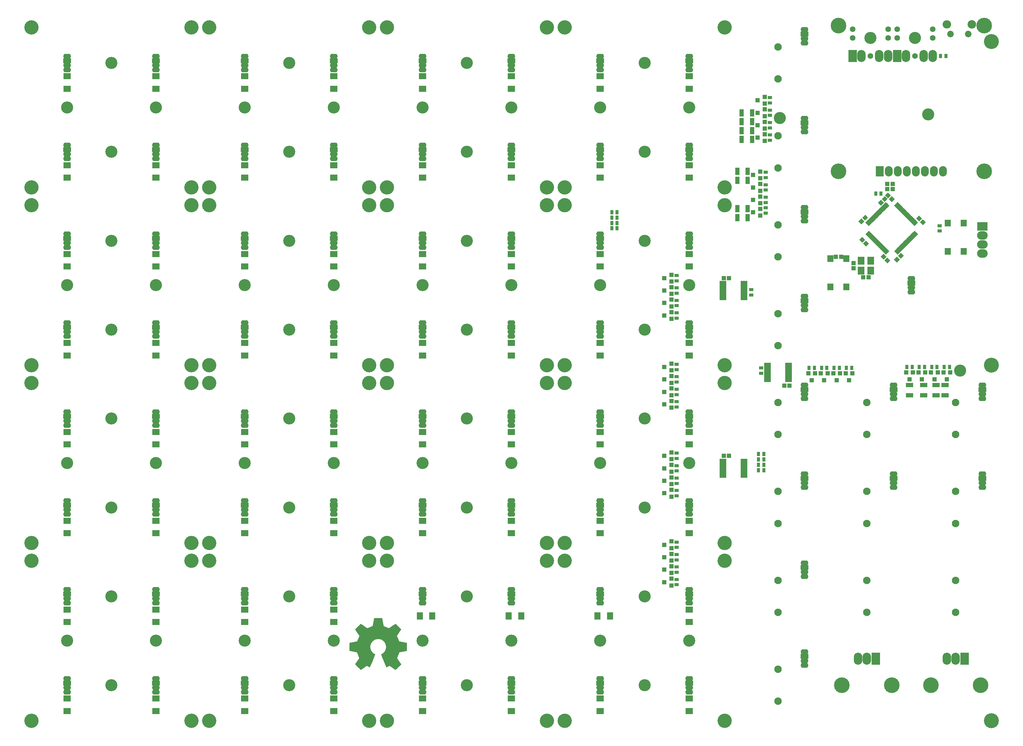
<source format=gbs>
G04 #@! TF.GenerationSoftware,KiCad,Pcbnew,5.1.4+dfsg1-1*
G04 #@! TF.CreationDate,2020-02-07T23:04:42+02:00*
G04 #@! TF.ProjectId,midi_grid,6d696469-5f67-4726-9964-2e6b69636164,1.0*
G04 #@! TF.SameCoordinates,Original*
G04 #@! TF.FileFunction,Soldermask,Bot*
G04 #@! TF.FilePolarity,Negative*
%FSLAX46Y46*%
G04 Gerber Fmt 4.6, Leading zero omitted, Abs format (unit mm)*
G04 Created by KiCad (PCBNEW 5.1.4+dfsg1-1) date 2020-02-07 23:04:42*
%MOMM*%
%LPD*%
G04 APERTURE LIST*
%ADD10C,2.000000*%
%ADD11C,0.010000*%
%ADD12O,2.200000X1.430000*%
%ADD13R,2.200000X1.430000*%
%ADD14O,2.400000X3.400000*%
%ADD15C,1.600000*%
%ADD16R,2.400000X3.400000*%
%ADD17O,3.400000X3.400000*%
%ADD18C,4.200000*%
%ADD19C,2.600000*%
%ADD20C,3.400000*%
%ADD21C,2.100000*%
%ADD22R,1.700000X1.950000*%
%ADD23C,4.400000*%
%ADD24R,2.100000X1.700000*%
%ADD25R,1.700000X2.100000*%
%ADD26R,0.900000X1.300000*%
%ADD27R,1.300000X0.900000*%
%ADD28R,1.150000X1.200000*%
%ADD29R,1.200000X1.150000*%
%ADD30C,1.150000*%
%ADD31C,0.100000*%
%ADD32R,1.300000X1.200000*%
%ADD33R,1.200000X1.300000*%
%ADD34R,1.300000X2.100000*%
%ADD35R,2.100000X1.300000*%
%ADD36O,2.200000X2.900000*%
%ADD37R,2.200000X2.900000*%
%ADD38R,1.900000X0.850000*%
%ADD39R,1.940000X2.200000*%
%ADD40R,3.000000X2.400000*%
%ADD41O,3.000000X2.400000*%
%ADD42C,1.850000*%
%ADD43O,2.400000X2.400000*%
%ADD44O,2.400000X2.300000*%
%ADD45C,0.650000*%
G04 APERTURE END LIST*
D10*
X158700000Y-214200000D02*
G75*
G03X158700000Y-214200000I-100000J0D01*
G01*
X161000000Y-209500000D02*
G75*
G03X161000000Y-209500000I-100000J0D01*
G01*
X165600000Y-208200000D02*
G75*
G03X165600000Y-208200000I-100000J0D01*
G01*
X165600000Y-207300000D02*
G75*
G03X165600000Y-207300000I-100000J0D01*
G01*
X170400000Y-209500000D02*
G75*
G03X170400000Y-209500000I-100000J0D01*
G01*
X172500000Y-214200000D02*
G75*
G03X172500000Y-214200000I-100000J0D01*
G01*
X170400000Y-219000000D02*
G75*
G03X170400000Y-219000000I-100000J0D01*
G01*
D11*
G36*
X164408931Y-206173250D02*
G01*
X164403664Y-206178428D01*
X164398556Y-206185518D01*
X164393315Y-206195916D01*
X164387647Y-206211016D01*
X164381260Y-206232213D01*
X164373861Y-206260902D01*
X164365157Y-206298477D01*
X164354856Y-206346334D01*
X164342663Y-206405868D01*
X164328287Y-206478474D01*
X164311435Y-206565545D01*
X164291813Y-206668478D01*
X164269129Y-206788667D01*
X164243091Y-206927508D01*
X164213404Y-207086394D01*
X164183113Y-207248823D01*
X164149418Y-207429362D01*
X164119598Y-207588557D01*
X164093373Y-207727774D01*
X164070460Y-207848384D01*
X164050579Y-207951754D01*
X164033448Y-208039254D01*
X164018785Y-208112250D01*
X164006309Y-208172113D01*
X163995739Y-208220210D01*
X163986793Y-208257911D01*
X163979190Y-208286583D01*
X163972648Y-208307595D01*
X163966887Y-208322316D01*
X163961623Y-208332115D01*
X163959824Y-208334665D01*
X163952078Y-208342890D01*
X163939862Y-208352225D01*
X163921631Y-208363355D01*
X163895841Y-208376964D01*
X163860949Y-208393735D01*
X163815412Y-208414355D01*
X163757685Y-208439507D01*
X163686224Y-208469877D01*
X163599486Y-208506148D01*
X163495928Y-208549004D01*
X163374005Y-208599132D01*
X163235384Y-208655901D01*
X163114248Y-208705409D01*
X162998646Y-208752581D01*
X162890479Y-208796649D01*
X162791649Y-208836839D01*
X162704057Y-208872381D01*
X162629604Y-208902504D01*
X162570191Y-208926437D01*
X162527721Y-208943408D01*
X162504094Y-208952645D01*
X162500778Y-208953858D01*
X162461714Y-208960953D01*
X162424246Y-208959561D01*
X162407320Y-208951548D01*
X162371973Y-208930554D01*
X162318669Y-208896886D01*
X162247871Y-208850851D01*
X162160040Y-208792757D01*
X162055640Y-208722912D01*
X161935134Y-208641623D01*
X161798983Y-208549199D01*
X161647652Y-208445947D01*
X161510776Y-208352194D01*
X161359525Y-208248495D01*
X161226105Y-208157182D01*
X161109361Y-208077497D01*
X161008140Y-208008685D01*
X160921284Y-207949989D01*
X160847641Y-207900652D01*
X160786055Y-207859917D01*
X160735370Y-207827029D01*
X160694433Y-207801231D01*
X160662087Y-207781766D01*
X160637179Y-207767877D01*
X160618553Y-207758809D01*
X160605054Y-207753805D01*
X160595527Y-207752108D01*
X160594612Y-207752091D01*
X160586856Y-207752702D01*
X160578084Y-207755198D01*
X160567242Y-207760573D01*
X160553281Y-207769820D01*
X160535148Y-207783933D01*
X160511793Y-207803906D01*
X160482163Y-207830732D01*
X160445208Y-207865406D01*
X160399876Y-207908921D01*
X160345115Y-207962270D01*
X160279874Y-208026448D01*
X160203102Y-208102448D01*
X160113747Y-208191264D01*
X160010758Y-208293890D01*
X159893083Y-208411319D01*
X159821955Y-208482341D01*
X159713604Y-208590715D01*
X159609716Y-208694958D01*
X159511488Y-208793849D01*
X159420118Y-208886166D01*
X159336803Y-208970690D01*
X159262740Y-209046200D01*
X159199127Y-209111474D01*
X159147162Y-209165293D01*
X159108041Y-209206436D01*
X159082963Y-209233682D01*
X159073235Y-209245584D01*
X159062132Y-209281167D01*
X159062951Y-209307240D01*
X159070436Y-209320848D01*
X159090079Y-209352052D01*
X159120931Y-209399440D01*
X159162044Y-209461599D01*
X159212467Y-209537115D01*
X159271251Y-209624577D01*
X159337446Y-209722570D01*
X159410104Y-209829682D01*
X159488275Y-209944501D01*
X159571009Y-210065612D01*
X159648776Y-210179101D01*
X159735060Y-210305080D01*
X159817790Y-210426343D01*
X159895997Y-210541445D01*
X159968716Y-210648940D01*
X160034976Y-210747382D01*
X160093812Y-210835325D01*
X160144255Y-210911323D01*
X160185338Y-210973930D01*
X160216092Y-211021700D01*
X160235550Y-211053188D01*
X160242564Y-211066291D01*
X160251299Y-211100530D01*
X160249704Y-211131816D01*
X160242156Y-211160119D01*
X160233644Y-211183353D01*
X160217143Y-211224685D01*
X160193571Y-211281988D01*
X160163848Y-211353134D01*
X160128892Y-211435997D01*
X160089625Y-211528451D01*
X160046964Y-211628369D01*
X160001830Y-211733625D01*
X159955142Y-211842091D01*
X159907819Y-211951641D01*
X159860781Y-212060149D01*
X159814947Y-212165487D01*
X159771237Y-212265530D01*
X159730571Y-212358151D01*
X159693867Y-212441223D01*
X159662045Y-212512619D01*
X159636024Y-212570213D01*
X159616725Y-212611878D01*
X159605066Y-212635488D01*
X159602375Y-212639873D01*
X159576928Y-212661730D01*
X159553134Y-212676722D01*
X159537518Y-212681105D01*
X159500881Y-212689337D01*
X159444908Y-212701087D01*
X159371289Y-212716025D01*
X159281710Y-212733820D01*
X159177858Y-212754141D01*
X159061422Y-212776659D01*
X158934088Y-212801042D01*
X158797544Y-212826960D01*
X158653478Y-212854083D01*
X158525903Y-212877924D01*
X158364092Y-212908203D01*
X158211875Y-212936968D01*
X158070639Y-212963942D01*
X157941773Y-212988852D01*
X157826665Y-213011420D01*
X157726704Y-213031372D01*
X157643277Y-213048432D01*
X157577774Y-213062324D01*
X157531581Y-213072773D01*
X157506088Y-213079502D01*
X157501713Y-213081261D01*
X157476910Y-213105521D01*
X157463848Y-213127855D01*
X157461832Y-213144589D01*
X157460015Y-213182310D01*
X157458397Y-213238992D01*
X157456975Y-213312611D01*
X157455749Y-213401143D01*
X157454718Y-213502564D01*
X157453879Y-213614848D01*
X157453233Y-213735973D01*
X157452776Y-213863912D01*
X157452509Y-213996642D01*
X157452430Y-214132138D01*
X157452538Y-214268376D01*
X157452831Y-214403332D01*
X157453308Y-214534980D01*
X157453968Y-214661297D01*
X157454809Y-214780258D01*
X157455831Y-214889839D01*
X157457031Y-214988015D01*
X157458409Y-215072762D01*
X157459964Y-215142055D01*
X157461693Y-215193870D01*
X157463597Y-215226183D01*
X157465185Y-215236511D01*
X157468269Y-215244457D01*
X157470602Y-215251462D01*
X157473433Y-215257804D01*
X157478012Y-215263758D01*
X157485590Y-215269604D01*
X157497416Y-215275616D01*
X157514741Y-215282074D01*
X157538816Y-215289255D01*
X157570890Y-215297435D01*
X157612213Y-215306891D01*
X157664035Y-215317902D01*
X157727608Y-215330744D01*
X157804180Y-215345695D01*
X157895002Y-215363031D01*
X158001325Y-215383030D01*
X158124398Y-215405970D01*
X158265472Y-215432128D01*
X158425797Y-215461780D01*
X158606622Y-215495204D01*
X158757454Y-215523101D01*
X158881304Y-215546095D01*
X158999147Y-215568121D01*
X159108892Y-215588779D01*
X159208445Y-215607667D01*
X159295716Y-215624385D01*
X159368611Y-215638533D01*
X159425039Y-215649708D01*
X159462907Y-215657512D01*
X159480027Y-215661512D01*
X159512895Y-215678180D01*
X159543606Y-215703037D01*
X159544785Y-215704289D01*
X159553165Y-215719320D01*
X159569144Y-215753730D01*
X159591882Y-215805442D01*
X159620538Y-215872381D01*
X159654274Y-215952469D01*
X159692251Y-216043630D01*
X159733628Y-216143787D01*
X159777566Y-216250862D01*
X159823227Y-216362780D01*
X159869770Y-216477464D01*
X159916356Y-216592837D01*
X159962146Y-216706821D01*
X160006301Y-216817341D01*
X160047980Y-216922319D01*
X160086344Y-217019680D01*
X160120555Y-217107345D01*
X160149773Y-217183238D01*
X160173157Y-217245284D01*
X160189870Y-217291404D01*
X160199070Y-217319522D01*
X160200636Y-217326890D01*
X160196292Y-217351219D01*
X160185766Y-217382548D01*
X160185058Y-217384257D01*
X160176214Y-217399377D01*
X160155272Y-217432009D01*
X160123244Y-217480655D01*
X160081139Y-217543817D01*
X160029969Y-217619997D01*
X159970742Y-217707696D01*
X159904471Y-217805417D01*
X159832165Y-217911662D01*
X159754834Y-218024931D01*
X159673489Y-218143728D01*
X159635654Y-218198867D01*
X159552679Y-218319778D01*
X159473094Y-218435876D01*
X159397927Y-218545657D01*
X159328204Y-218647615D01*
X159264951Y-218740246D01*
X159209194Y-218822045D01*
X159161960Y-218891506D01*
X159124275Y-218947126D01*
X159097165Y-218987400D01*
X159081656Y-219010822D01*
X159078754Y-219015432D01*
X159061926Y-219059264D01*
X159062804Y-219086971D01*
X159072047Y-219100372D01*
X159096386Y-219128491D01*
X159134400Y-219169908D01*
X159184672Y-219223205D01*
X159245782Y-219286963D01*
X159316311Y-219359763D01*
X159394841Y-219440186D01*
X159479952Y-219526813D01*
X159570226Y-219618225D01*
X159664244Y-219713003D01*
X159760586Y-219809729D01*
X159857835Y-219906983D01*
X159954571Y-220003346D01*
X160049375Y-220097400D01*
X160140829Y-220187726D01*
X160227513Y-220272904D01*
X160308009Y-220351516D01*
X160380897Y-220422143D01*
X160444759Y-220483365D01*
X160498176Y-220533764D01*
X160539730Y-220571922D01*
X160568000Y-220596418D01*
X160581569Y-220605835D01*
X160581636Y-220605851D01*
X160614239Y-220605801D01*
X160640433Y-220598493D01*
X160654436Y-220589948D01*
X160685962Y-220569309D01*
X160733523Y-220537586D01*
X160795629Y-220495789D01*
X160870791Y-220444928D01*
X160957521Y-220386015D01*
X161054330Y-220320058D01*
X161159729Y-220248069D01*
X161272229Y-220171058D01*
X161390341Y-220090035D01*
X161439817Y-220056046D01*
X161559862Y-219973607D01*
X161674944Y-219894702D01*
X161783567Y-219820347D01*
X161884238Y-219751560D01*
X161975462Y-219689357D01*
X162055744Y-219634757D01*
X162123592Y-219588776D01*
X162177509Y-219552431D01*
X162216003Y-219526739D01*
X162237578Y-219512718D01*
X162241157Y-219510594D01*
X162276735Y-219498124D01*
X162307684Y-219493889D01*
X162329187Y-219499649D01*
X162370302Y-219516868D01*
X162430693Y-219545380D01*
X162510018Y-219585021D01*
X162607940Y-219635626D01*
X162711094Y-219690091D01*
X162801705Y-219737872D01*
X162884922Y-219780887D01*
X162958507Y-219818038D01*
X163020224Y-219848225D01*
X163067837Y-219870350D01*
X163099111Y-219883314D01*
X163110507Y-219886363D01*
X163140327Y-219879031D01*
X163158365Y-219866159D01*
X163165543Y-219852285D01*
X163180844Y-219818455D01*
X163203700Y-219766047D01*
X163233543Y-219696441D01*
X163269804Y-219611017D01*
X163311915Y-219511155D01*
X163359307Y-219398233D01*
X163411413Y-219273631D01*
X163467665Y-219138729D01*
X163527493Y-218994907D01*
X163590329Y-218843544D01*
X163655606Y-218686020D01*
X163722755Y-218523713D01*
X163791208Y-218358004D01*
X163860396Y-218190273D01*
X163929751Y-218021898D01*
X163998706Y-217854259D01*
X164066690Y-217688737D01*
X164133137Y-217526710D01*
X164197478Y-217369557D01*
X164259145Y-217218660D01*
X164317569Y-217075396D01*
X164372183Y-216941146D01*
X164422417Y-216817289D01*
X164467704Y-216705205D01*
X164507475Y-216606273D01*
X164541163Y-216521873D01*
X164568198Y-216453385D01*
X164588012Y-216402187D01*
X164600038Y-216369660D01*
X164603734Y-216357419D01*
X164602394Y-216335208D01*
X164595907Y-216316312D01*
X164581263Y-216297731D01*
X164555453Y-216276465D01*
X164515470Y-216249512D01*
X164462165Y-216216245D01*
X164411573Y-216184435D01*
X164363371Y-216152867D01*
X164323948Y-216125791D01*
X164304402Y-216111319D01*
X164276924Y-216090167D01*
X164236368Y-216059626D01*
X164188333Y-216023889D01*
X164141377Y-215989310D01*
X163973072Y-215851802D01*
X163818866Y-215696396D01*
X163679552Y-215524067D01*
X163555925Y-215335792D01*
X163455589Y-215146954D01*
X163370066Y-214941383D01*
X163306293Y-214730639D01*
X163264009Y-214516368D01*
X163242951Y-214300215D01*
X163242858Y-214083826D01*
X163263467Y-213868845D01*
X163304517Y-213656918D01*
X163365745Y-213449689D01*
X163391184Y-213386712D01*
X159196181Y-213386712D01*
X159196181Y-215000999D01*
X159131459Y-215014435D01*
X159074471Y-215025209D01*
X159018089Y-215033330D01*
X158958081Y-215039053D01*
X158890211Y-215042637D01*
X158810248Y-215044338D01*
X158713957Y-215044413D01*
X158647772Y-215043799D01*
X158558073Y-215042474D01*
X158487514Y-215040693D01*
X158432144Y-215038146D01*
X158388014Y-215034524D01*
X158351172Y-215029519D01*
X158317669Y-215022823D01*
X158289863Y-215015839D01*
X158175223Y-214976288D01*
X158077369Y-214924075D01*
X157997441Y-214860077D01*
X157936579Y-214785171D01*
X157902110Y-214717285D01*
X157884268Y-214651404D01*
X157875093Y-214573063D01*
X157874604Y-214490575D01*
X157882819Y-214412254D01*
X157899757Y-214346413D01*
X157901263Y-214342504D01*
X157941175Y-214270854D01*
X157999003Y-214207430D01*
X158069759Y-214157548D01*
X158079822Y-214152247D01*
X158136380Y-214123586D01*
X158090798Y-214090066D01*
X158030195Y-214032137D01*
X157986929Y-213962651D01*
X157960817Y-213885087D01*
X157951676Y-213802928D01*
X157959321Y-213719654D01*
X157983570Y-213638747D01*
X158024238Y-213563688D01*
X158081141Y-213497958D01*
X158123838Y-213463868D01*
X158196411Y-213421758D01*
X158279153Y-213389078D01*
X158374383Y-213365400D01*
X158484418Y-213350294D01*
X158611579Y-213343331D01*
X158758183Y-213344081D01*
X158769000Y-213344404D01*
X158904580Y-213350207D01*
X159017562Y-213358441D01*
X159108314Y-213369139D01*
X159170204Y-213380646D01*
X159196181Y-213386712D01*
X163391184Y-213386712D01*
X163446891Y-213248805D01*
X163547690Y-213055909D01*
X163667883Y-212872649D01*
X163807206Y-212700667D01*
X163853036Y-212651160D01*
X164019079Y-212491750D01*
X164192966Y-212353609D01*
X164376302Y-212235771D01*
X164570693Y-212137271D01*
X164777744Y-212057147D01*
X164907365Y-212017861D01*
X165106241Y-211974306D01*
X165314109Y-211949478D01*
X165526416Y-211943403D01*
X165738611Y-211956108D01*
X165946142Y-211987618D01*
X166050487Y-212011387D01*
X166264708Y-212077924D01*
X166470154Y-212165285D01*
X166665426Y-212272414D01*
X166849125Y-212398254D01*
X167019852Y-212541749D01*
X167176209Y-212701842D01*
X167316796Y-212877477D01*
X167433356Y-213055863D01*
X167536307Y-213253119D01*
X167618213Y-213458086D01*
X167679098Y-213669021D01*
X167718981Y-213884176D01*
X167737886Y-214101808D01*
X167735834Y-214320172D01*
X167712846Y-214537521D01*
X167668944Y-214752112D01*
X167604150Y-214962199D01*
X167518485Y-215166036D01*
X167411972Y-215361880D01*
X167404561Y-215373915D01*
X167325119Y-215491373D01*
X167232470Y-215610408D01*
X167131065Y-215726160D01*
X167025354Y-215833768D01*
X166919787Y-215928371D01*
X166840733Y-215989772D01*
X166793660Y-216023839D01*
X166747831Y-216057479D01*
X166710246Y-216085532D01*
X166696501Y-216096032D01*
X166668179Y-216116555D01*
X166625842Y-216145475D01*
X166575103Y-216179030D01*
X166521575Y-216213454D01*
X166518914Y-216215138D01*
X166460821Y-216252871D01*
X166420241Y-216282568D01*
X166394535Y-216307468D01*
X166381066Y-216330808D01*
X166377194Y-216355827D01*
X166380212Y-216385352D01*
X166385440Y-216400978D01*
X166398954Y-216436336D01*
X166420182Y-216490052D01*
X166448554Y-216560753D01*
X166483500Y-216647065D01*
X166524447Y-216747615D01*
X166570827Y-216861031D01*
X166622067Y-216985938D01*
X166677598Y-217120963D01*
X166736847Y-217264734D01*
X166799246Y-217415877D01*
X166864222Y-217573018D01*
X166931205Y-217734784D01*
X166999624Y-217899803D01*
X167068909Y-218066700D01*
X167138489Y-218234103D01*
X167207793Y-218400638D01*
X167276250Y-218564932D01*
X167343289Y-218725612D01*
X167408341Y-218881304D01*
X167470833Y-219030636D01*
X167530195Y-219172233D01*
X167585857Y-219304722D01*
X167637247Y-219426731D01*
X167683796Y-219536886D01*
X167724931Y-219633814D01*
X167760083Y-219716142D01*
X167788680Y-219782495D01*
X167810153Y-219831501D01*
X167823929Y-219861787D01*
X167829309Y-219871932D01*
X167856134Y-219883752D01*
X167874775Y-219886363D01*
X167890845Y-219881057D01*
X167924723Y-219865964D01*
X167973928Y-219842320D01*
X168035980Y-219811362D01*
X168108395Y-219774327D01*
X168188695Y-219732451D01*
X168268565Y-219690091D01*
X168370751Y-219635662D01*
X168454852Y-219591503D01*
X168523027Y-219556769D01*
X168577431Y-219530617D01*
X168620223Y-219512205D01*
X168653558Y-219500687D01*
X168679594Y-219495222D01*
X168700489Y-219494965D01*
X168718398Y-219499074D01*
X168735480Y-219506704D01*
X168736372Y-219507174D01*
X168749592Y-219515642D01*
X168780377Y-219536199D01*
X168827269Y-219567849D01*
X168888808Y-219609597D01*
X168963532Y-219660448D01*
X169049983Y-219719407D01*
X169146701Y-219785479D01*
X169252224Y-219857667D01*
X169365094Y-219934978D01*
X169483851Y-220016415D01*
X169549329Y-220061356D01*
X169690636Y-220158331D01*
X169814214Y-220243021D01*
X169921343Y-220316253D01*
X170013302Y-220378852D01*
X170091370Y-220431646D01*
X170156825Y-220475461D01*
X170210946Y-220511124D01*
X170255013Y-220539461D01*
X170290304Y-220561299D01*
X170318098Y-220577464D01*
X170339675Y-220588783D01*
X170356313Y-220596082D01*
X170369291Y-220600188D01*
X170379888Y-220601928D01*
X170386160Y-220602182D01*
X170435252Y-220602182D01*
X171160725Y-219877704D01*
X171268611Y-219769803D01*
X171306169Y-219732125D01*
X170937909Y-219732125D01*
X170927865Y-219742891D01*
X170901126Y-219758865D01*
X170862783Y-219777597D01*
X170817923Y-219796637D01*
X170771637Y-219813534D01*
X170762990Y-219816335D01*
X170681363Y-219836390D01*
X170583897Y-219851119D01*
X170477296Y-219860197D01*
X170368262Y-219863302D01*
X170263499Y-219860111D01*
X170169711Y-219850301D01*
X170145174Y-219846106D01*
X170036841Y-219816341D01*
X169941773Y-219771365D01*
X169861938Y-219712606D01*
X169799304Y-219641491D01*
X169758177Y-219565419D01*
X169746297Y-219532270D01*
X169738514Y-219499387D01*
X169734012Y-219460507D01*
X169731976Y-219409366D01*
X169731579Y-219361045D01*
X169731852Y-219301124D01*
X169733547Y-219258045D01*
X169737718Y-219225560D01*
X169745420Y-219197423D01*
X169757707Y-219167389D01*
X169767997Y-219145269D01*
X169799098Y-219089499D01*
X169837907Y-219039491D01*
X169886819Y-218993605D01*
X169948229Y-218950198D01*
X170024532Y-218907630D01*
X170118122Y-218864261D01*
X170231395Y-218818449D01*
X170261819Y-218806892D01*
X170349745Y-218771696D01*
X170417052Y-218739277D01*
X170465756Y-218707833D01*
X170497871Y-218675558D01*
X170515409Y-218640648D01*
X170520387Y-218601299D01*
X170518482Y-218576980D01*
X170504629Y-218531759D01*
X170475790Y-218497690D01*
X170430526Y-218474169D01*
X170367396Y-218460594D01*
X170284960Y-218456360D01*
X170233636Y-218457665D01*
X170166103Y-218462255D01*
X170112913Y-218470003D01*
X170065374Y-218482501D01*
X170031591Y-218494619D01*
X169983427Y-218513258D01*
X169949406Y-218523617D01*
X169925424Y-218523391D01*
X169907376Y-218510273D01*
X169891158Y-218481955D01*
X169872666Y-218436131D01*
X169857912Y-218397000D01*
X169838518Y-218344862D01*
X169822498Y-218300141D01*
X169811478Y-218267491D01*
X169807083Y-218251569D01*
X169807069Y-218251372D01*
X169816881Y-218239905D01*
X169843961Y-218223597D01*
X169883582Y-218204638D01*
X169931020Y-218185218D01*
X169981547Y-218167528D01*
X170000435Y-218161756D01*
X170086957Y-218142332D01*
X170185660Y-218129579D01*
X170286476Y-218124289D01*
X170379337Y-218127253D01*
X170404886Y-218129966D01*
X170522234Y-218151740D01*
X170622162Y-218185452D01*
X170707844Y-218232596D01*
X170782453Y-218294664D01*
X170804544Y-218317962D01*
X170849589Y-218376080D01*
X170880522Y-218436881D01*
X170899221Y-218505966D01*
X170907563Y-218588937D01*
X170908424Y-218627909D01*
X170908080Y-218685290D01*
X170905615Y-218726581D01*
X170899885Y-218758763D01*
X170889749Y-218788817D01*
X170877613Y-218816203D01*
X170844341Y-218875374D01*
X170801853Y-218928136D01*
X170747668Y-218976244D01*
X170679308Y-219021458D01*
X170594292Y-219065533D01*
X170490140Y-219110227D01*
X170429909Y-219133431D01*
X170335558Y-219170503D01*
X170261550Y-219204040D01*
X170205699Y-219235588D01*
X170165823Y-219266692D01*
X170139737Y-219298898D01*
X170125259Y-219333752D01*
X170121840Y-219351511D01*
X170124064Y-219411294D01*
X170147075Y-219461869D01*
X170189765Y-219501053D01*
X170201013Y-219507569D01*
X170223018Y-219518300D01*
X170245019Y-219525677D01*
X170271839Y-219530293D01*
X170308302Y-219532741D01*
X170359233Y-219533613D01*
X170412591Y-219533580D01*
X170478346Y-219533019D01*
X170527427Y-219531306D01*
X170566252Y-219527486D01*
X170601237Y-219520604D01*
X170638799Y-219509704D01*
X170685354Y-219493829D01*
X170689681Y-219492308D01*
X170739207Y-219474725D01*
X170781676Y-219459359D01*
X170811661Y-219448190D01*
X170822454Y-219443867D01*
X170831323Y-219444965D01*
X170841619Y-219457858D01*
X170854703Y-219485291D01*
X170871935Y-219530012D01*
X170888841Y-219577819D01*
X170907249Y-219631924D01*
X170922509Y-219678530D01*
X170933180Y-219713106D01*
X170937822Y-219731123D01*
X170937909Y-219732125D01*
X171306169Y-219732125D01*
X171372015Y-219666070D01*
X171469737Y-219567726D01*
X171560575Y-219475994D01*
X171643329Y-219392097D01*
X171716801Y-219317257D01*
X171779788Y-219252696D01*
X171831091Y-219199637D01*
X171869510Y-219159301D01*
X171893845Y-219132911D01*
X171902735Y-219122050D01*
X171915012Y-219089691D01*
X171919272Y-219063100D01*
X171912675Y-219048182D01*
X171893098Y-219014874D01*
X171860864Y-218963664D01*
X171816296Y-218895035D01*
X171759714Y-218809475D01*
X171691443Y-218707468D01*
X171611804Y-218589501D01*
X171521121Y-218456059D01*
X171419714Y-218307627D01*
X171357459Y-218216822D01*
X171258134Y-218072045D01*
X171171119Y-217945014D01*
X171095601Y-217834478D01*
X171030765Y-217739185D01*
X170975799Y-217657882D01*
X170929889Y-217589319D01*
X170892220Y-217532243D01*
X170861981Y-217485402D01*
X170838356Y-217447543D01*
X170820533Y-217417416D01*
X170807698Y-217393767D01*
X170799037Y-217375345D01*
X170793736Y-217360898D01*
X170790983Y-217349174D01*
X170790319Y-217344069D01*
X170789832Y-217332430D01*
X170790915Y-217318594D01*
X170794135Y-217301023D01*
X170800058Y-217278182D01*
X170809248Y-217248531D01*
X170822272Y-217210534D01*
X170839694Y-217162655D01*
X170862081Y-217103355D01*
X170889997Y-217031098D01*
X170924008Y-216944347D01*
X170964680Y-216841564D01*
X171012578Y-216721213D01*
X171068267Y-216581755D01*
X171099286Y-216504193D01*
X171160785Y-216350698D01*
X171214442Y-216217330D01*
X171260843Y-216102720D01*
X171300572Y-216005499D01*
X171334216Y-215924296D01*
X171362359Y-215857740D01*
X171385587Y-215804463D01*
X171404485Y-215763094D01*
X171419639Y-215732263D01*
X171431633Y-215710599D01*
X171441054Y-215696734D01*
X171446946Y-215690489D01*
X171452537Y-215685360D01*
X171456986Y-215680936D01*
X171461702Y-215676926D01*
X171468092Y-215673037D01*
X171477565Y-215668978D01*
X171491531Y-215664455D01*
X171511397Y-215659176D01*
X171538573Y-215652849D01*
X171574466Y-215645182D01*
X171620486Y-215635882D01*
X171678041Y-215624656D01*
X171748539Y-215611213D01*
X171833389Y-215595260D01*
X171934001Y-215576504D01*
X172051781Y-215554654D01*
X172188140Y-215529416D01*
X172344485Y-215500498D01*
X172508091Y-215470226D01*
X172650125Y-215443920D01*
X172785992Y-215418731D01*
X172913920Y-215394989D01*
X173032141Y-215373022D01*
X173138886Y-215353162D01*
X173232385Y-215335736D01*
X173310868Y-215321076D01*
X173372567Y-215309510D01*
X173415713Y-215301367D01*
X173438535Y-215296978D01*
X173441380Y-215296393D01*
X173468541Y-215283973D01*
X173496106Y-215262579D01*
X173496221Y-215262464D01*
X173524091Y-215234595D01*
X173524091Y-214578525D01*
X173117955Y-214578525D01*
X173117871Y-214688272D01*
X173117633Y-214785744D01*
X173117245Y-214869055D01*
X173116714Y-214936320D01*
X173116046Y-214985654D01*
X173115246Y-215015170D01*
X173114578Y-215023135D01*
X173106720Y-215028917D01*
X173086536Y-215032793D01*
X173051329Y-215034930D01*
X172998400Y-215035493D01*
X172926863Y-215034680D01*
X172744772Y-215031500D01*
X172741681Y-214751522D01*
X172738589Y-214471545D01*
X172608908Y-214471501D01*
X172467232Y-214465150D01*
X172336311Y-214446647D01*
X172218275Y-214416670D01*
X172115255Y-214375899D01*
X172029382Y-214325012D01*
X171964072Y-214266161D01*
X171913465Y-214192739D01*
X171876188Y-214105189D01*
X171854792Y-214009804D01*
X171852761Y-213991622D01*
X171848531Y-213865219D01*
X171861377Y-213754083D01*
X171891886Y-213657371D01*
X171940644Y-213574240D01*
X172008236Y-213503847D01*
X172095249Y-213445348D01*
X172202267Y-213397901D01*
X172282954Y-213372555D01*
X172314510Y-213364454D01*
X172344680Y-213358301D01*
X172377243Y-213353844D01*
X172415978Y-213350834D01*
X172464664Y-213349021D01*
X172527078Y-213348153D01*
X172606999Y-213347981D01*
X172652409Y-213348071D01*
X172769409Y-213349278D01*
X172868898Y-213352163D01*
X172949195Y-213356648D01*
X173008619Y-213362659D01*
X173021863Y-213364704D01*
X173114227Y-213380576D01*
X173117215Y-214194492D01*
X173117633Y-214329750D01*
X173117877Y-214458389D01*
X173117955Y-214578525D01*
X173524091Y-214578525D01*
X173524091Y-213123876D01*
X173495367Y-213095153D01*
X173477260Y-213080980D01*
X173451610Y-213069187D01*
X173413799Y-213058237D01*
X173359210Y-213046593D01*
X173336617Y-213042316D01*
X173197457Y-213016498D01*
X173038118Y-212986916D01*
X172861123Y-212954039D01*
X172668991Y-212918335D01*
X172464244Y-212880272D01*
X172249405Y-212840319D01*
X172026993Y-212798945D01*
X172018545Y-212797373D01*
X171906355Y-212776286D01*
X171800270Y-212755934D01*
X171702619Y-212736793D01*
X171615728Y-212719339D01*
X171541924Y-212704047D01*
X171483536Y-212691391D01*
X171442889Y-212681848D01*
X171422312Y-212675893D01*
X171421177Y-212675378D01*
X171391365Y-212654177D01*
X171370663Y-212631360D01*
X171363202Y-212616375D01*
X171347462Y-212581960D01*
X171324231Y-212529921D01*
X171294300Y-212462062D01*
X171258457Y-212380190D01*
X171217491Y-212286110D01*
X171172191Y-212181628D01*
X171123347Y-212068549D01*
X171071748Y-211948679D01*
X171041515Y-211878260D01*
X170976246Y-211725745D01*
X170919842Y-211593156D01*
X170871822Y-211479302D01*
X170831705Y-211382993D01*
X170799013Y-211303039D01*
X170773265Y-211238248D01*
X170753982Y-211187432D01*
X170740682Y-211149398D01*
X170732887Y-211122958D01*
X170730116Y-211106920D01*
X170730096Y-211105922D01*
X170729707Y-211098178D01*
X170729042Y-211091800D01*
X170728854Y-211085633D01*
X170729894Y-211078523D01*
X170732915Y-211069315D01*
X170738669Y-211056854D01*
X170747908Y-211039985D01*
X170761384Y-211017554D01*
X170779849Y-210988407D01*
X170804056Y-210951388D01*
X170834755Y-210905343D01*
X170872701Y-210849117D01*
X170918643Y-210781556D01*
X170973335Y-210701504D01*
X171037529Y-210607808D01*
X171111977Y-210499312D01*
X171197430Y-210374862D01*
X171294642Y-210233303D01*
X171369218Y-210124682D01*
X171451686Y-210004388D01*
X171530505Y-209889104D01*
X171604676Y-209780312D01*
X171673194Y-209679499D01*
X171735059Y-209588147D01*
X171789268Y-209507740D01*
X171834819Y-209439764D01*
X171870710Y-209385702D01*
X171895940Y-209347038D01*
X171909507Y-209325256D01*
X171911515Y-209321422D01*
X171917606Y-209288135D01*
X171915634Y-209263695D01*
X171906426Y-209251201D01*
X171881779Y-209223478D01*
X171842674Y-209181534D01*
X171790092Y-209126376D01*
X171725013Y-209059011D01*
X171648419Y-208980447D01*
X171561290Y-208891690D01*
X171464606Y-208793748D01*
X171359349Y-208687628D01*
X171347495Y-208675727D01*
X170845545Y-208675727D01*
X170845545Y-209505075D01*
X170845437Y-209641417D01*
X170845124Y-209770991D01*
X170844623Y-209891951D01*
X170843953Y-210002449D01*
X170843131Y-210100639D01*
X170842174Y-210184673D01*
X170841101Y-210252704D01*
X170839928Y-210302884D01*
X170838673Y-210333368D01*
X170837573Y-210342396D01*
X170823873Y-210344908D01*
X170791170Y-210346697D01*
X170743542Y-210347664D01*
X170685070Y-210347706D01*
X170644186Y-210347207D01*
X170458772Y-210344045D01*
X170452656Y-209657091D01*
X169794257Y-209657091D01*
X169797186Y-209512299D01*
X161412909Y-209512299D01*
X161412909Y-210324224D01*
X161386931Y-210330389D01*
X161359793Y-210335202D01*
X161315853Y-210341264D01*
X161261320Y-210347876D01*
X161202401Y-210354338D01*
X161145303Y-210359951D01*
X161096234Y-210364017D01*
X161078091Y-210365173D01*
X161004176Y-210368757D01*
X160944895Y-210370271D01*
X160891875Y-210369614D01*
X160836742Y-210366684D01*
X160771759Y-210361434D01*
X160612870Y-210338734D01*
X160470535Y-210300286D01*
X160344889Y-210246178D01*
X160236065Y-210176498D01*
X160144197Y-210091335D01*
X160069418Y-209990778D01*
X160011863Y-209874914D01*
X160003933Y-209854061D01*
X159971025Y-209737110D01*
X159952541Y-209610136D01*
X159948320Y-209478727D01*
X159958199Y-209348471D01*
X159982019Y-209224954D01*
X160019617Y-209113766D01*
X160025692Y-209100109D01*
X160087292Y-208991138D01*
X160165054Y-208897744D01*
X160259465Y-208819570D01*
X160371014Y-208756256D01*
X160500189Y-208707443D01*
X160593066Y-208683489D01*
X160636390Y-208674870D01*
X160678683Y-208668577D01*
X160724697Y-208664290D01*
X160779189Y-208661693D01*
X160846912Y-208660467D01*
X160932621Y-208660293D01*
X160939545Y-208660313D01*
X161050290Y-208661936D01*
X161152483Y-208665947D01*
X161242844Y-208672099D01*
X161318096Y-208680144D01*
X161374960Y-208689838D01*
X161392704Y-208694381D01*
X161396606Y-208696588D01*
X161399972Y-208701789D01*
X161402842Y-208711576D01*
X161405255Y-208727541D01*
X161407250Y-208751276D01*
X161408868Y-208784373D01*
X161410146Y-208828424D01*
X161411124Y-208885022D01*
X161411843Y-208955757D01*
X161412340Y-209042223D01*
X161412656Y-209146011D01*
X161412829Y-209268713D01*
X161412900Y-209411921D01*
X161412909Y-209512299D01*
X169797186Y-209512299D01*
X169800681Y-209339591D01*
X170126841Y-209336524D01*
X170453000Y-209333458D01*
X170453000Y-208999000D01*
X169714091Y-208999000D01*
X169714091Y-208675727D01*
X170845545Y-208675727D01*
X171347495Y-208675727D01*
X171246500Y-208574337D01*
X171164753Y-208492546D01*
X170421035Y-207749410D01*
X170376404Y-207754115D01*
X170365504Y-207756995D01*
X170348906Y-207764342D01*
X170325505Y-207776887D01*
X170294193Y-207795358D01*
X170253865Y-207820482D01*
X170203413Y-207852989D01*
X170141732Y-207893607D01*
X170067715Y-207943064D01*
X169980255Y-208002089D01*
X169878247Y-208071410D01*
X169760583Y-208151755D01*
X169626158Y-208243854D01*
X169477409Y-208345998D01*
X169350777Y-208432919D01*
X169228997Y-208516299D01*
X169113488Y-208595176D01*
X169005672Y-208668591D01*
X168906970Y-208735583D01*
X168818801Y-208795190D01*
X168742588Y-208846453D01*
X168679751Y-208888411D01*
X168631710Y-208920103D01*
X168599886Y-208940569D01*
X168585893Y-208948770D01*
X168552814Y-208959657D01*
X168524376Y-208964359D01*
X168523760Y-208964363D01*
X168510038Y-208960130D01*
X168477118Y-208948011D01*
X168427167Y-208928881D01*
X168362353Y-208903613D01*
X168284842Y-208873081D01*
X168196802Y-208838159D01*
X168100400Y-208799720D01*
X167997803Y-208758638D01*
X167891178Y-208715786D01*
X167782693Y-208672038D01*
X167674515Y-208628268D01*
X167568812Y-208585349D01*
X167467749Y-208544155D01*
X167373495Y-208505559D01*
X167288217Y-208470436D01*
X167214082Y-208439659D01*
X167153257Y-208414101D01*
X167107910Y-208394636D01*
X167084833Y-208384318D01*
X167049253Y-208362059D01*
X167019800Y-208334015D01*
X167013540Y-208325309D01*
X167007993Y-208308423D01*
X167007466Y-208306272D01*
X166448460Y-208306272D01*
X166263086Y-208306272D01*
X166193910Y-208306173D01*
X166144401Y-208305564D01*
X166111135Y-208303980D01*
X166090690Y-208300953D01*
X166079642Y-208296017D01*
X166074566Y-208288706D01*
X166072395Y-208280295D01*
X166070475Y-208261252D01*
X166068168Y-208222994D01*
X166065650Y-208169393D01*
X166063100Y-208104319D01*
X166060693Y-208031641D01*
X166060110Y-208011863D01*
X166056210Y-207892427D01*
X166051352Y-207769599D01*
X166045777Y-207648189D01*
X166039732Y-207533002D01*
X166033459Y-207428848D01*
X166027204Y-207340533D01*
X166024115Y-207303312D01*
X166016571Y-207218215D01*
X165829259Y-207655448D01*
X165641946Y-208092682D01*
X165377302Y-208099150D01*
X165187537Y-207657188D01*
X164997772Y-207215227D01*
X164990332Y-207320903D01*
X164985950Y-207388160D01*
X164980924Y-207473682D01*
X164975498Y-207572663D01*
X164969914Y-207680295D01*
X164964415Y-207791769D01*
X164959243Y-207902278D01*
X164954642Y-208007015D01*
X164950854Y-208101171D01*
X164950630Y-208107113D01*
X164943173Y-208306272D01*
X164572813Y-208306272D01*
X164580581Y-208130204D01*
X164586290Y-208012826D01*
X164593424Y-207885585D01*
X164601749Y-207751449D01*
X164611030Y-207613386D01*
X164621032Y-207474363D01*
X164631519Y-207337347D01*
X164642259Y-207205306D01*
X164653015Y-207081207D01*
X164663553Y-206968017D01*
X164673638Y-206868705D01*
X164683035Y-206786237D01*
X164691510Y-206723580D01*
X164692258Y-206718772D01*
X164698076Y-206680655D01*
X164702075Y-206652080D01*
X164703276Y-206640841D01*
X164714185Y-206637819D01*
X164744179Y-206635257D01*
X164789253Y-206633355D01*
X164845403Y-206632315D01*
X164875558Y-206632182D01*
X165047753Y-206632182D01*
X165075124Y-206681250D01*
X165097885Y-206724399D01*
X165128090Y-206785183D01*
X165164079Y-206860018D01*
X165204188Y-206945320D01*
X165246755Y-207037505D01*
X165290119Y-207132989D01*
X165332618Y-207228188D01*
X165372588Y-207319518D01*
X165391029Y-207362432D01*
X165420666Y-207431269D01*
X165447484Y-207492373D01*
X165470122Y-207542743D01*
X165487221Y-207579376D01*
X165497420Y-207599268D01*
X165499533Y-207602000D01*
X165505687Y-207591868D01*
X165519477Y-207563470D01*
X165539539Y-207519806D01*
X165564506Y-207463874D01*
X165593012Y-207398673D01*
X165608639Y-207362432D01*
X165651373Y-207263882D01*
X165695604Y-207163721D01*
X165739929Y-207064982D01*
X165782947Y-206970700D01*
X165823255Y-206883909D01*
X165859448Y-206807641D01*
X165890126Y-206744931D01*
X165913884Y-206698814D01*
X165923206Y-206682111D01*
X165952803Y-206631608D01*
X166133378Y-206634781D01*
X166313954Y-206637954D01*
X166333646Y-206793818D01*
X166344289Y-206885443D01*
X166355611Y-206996308D01*
X166367292Y-207122585D01*
X166379018Y-207260443D01*
X166390469Y-207406054D01*
X166401330Y-207555588D01*
X166411283Y-207705216D01*
X166417310Y-207804045D01*
X166422472Y-207891555D01*
X166427596Y-207977371D01*
X166432407Y-208056953D01*
X166436628Y-208125760D01*
X166439985Y-208179251D01*
X166441679Y-208205250D01*
X166448460Y-208306272D01*
X167007466Y-208306272D01*
X166998606Y-208270115D01*
X166985633Y-208211687D01*
X166969325Y-208134444D01*
X166949936Y-208039687D01*
X166927716Y-207928721D01*
X166902918Y-207802848D01*
X166875795Y-207663371D01*
X166846599Y-207511595D01*
X166815582Y-207348821D01*
X166782996Y-207176353D01*
X166749094Y-206995494D01*
X166714127Y-206807548D01*
X166678349Y-206613817D01*
X166642011Y-206415605D01*
X166612446Y-206253243D01*
X166599887Y-206217699D01*
X166578793Y-206183231D01*
X166577034Y-206181084D01*
X166548583Y-206147272D01*
X164439105Y-206147272D01*
X164408931Y-206173250D01*
X164408931Y-206173250D01*
G37*
X164408931Y-206173250D02*
X164403664Y-206178428D01*
X164398556Y-206185518D01*
X164393315Y-206195916D01*
X164387647Y-206211016D01*
X164381260Y-206232213D01*
X164373861Y-206260902D01*
X164365157Y-206298477D01*
X164354856Y-206346334D01*
X164342663Y-206405868D01*
X164328287Y-206478474D01*
X164311435Y-206565545D01*
X164291813Y-206668478D01*
X164269129Y-206788667D01*
X164243091Y-206927508D01*
X164213404Y-207086394D01*
X164183113Y-207248823D01*
X164149418Y-207429362D01*
X164119598Y-207588557D01*
X164093373Y-207727774D01*
X164070460Y-207848384D01*
X164050579Y-207951754D01*
X164033448Y-208039254D01*
X164018785Y-208112250D01*
X164006309Y-208172113D01*
X163995739Y-208220210D01*
X163986793Y-208257911D01*
X163979190Y-208286583D01*
X163972648Y-208307595D01*
X163966887Y-208322316D01*
X163961623Y-208332115D01*
X163959824Y-208334665D01*
X163952078Y-208342890D01*
X163939862Y-208352225D01*
X163921631Y-208363355D01*
X163895841Y-208376964D01*
X163860949Y-208393735D01*
X163815412Y-208414355D01*
X163757685Y-208439507D01*
X163686224Y-208469877D01*
X163599486Y-208506148D01*
X163495928Y-208549004D01*
X163374005Y-208599132D01*
X163235384Y-208655901D01*
X163114248Y-208705409D01*
X162998646Y-208752581D01*
X162890479Y-208796649D01*
X162791649Y-208836839D01*
X162704057Y-208872381D01*
X162629604Y-208902504D01*
X162570191Y-208926437D01*
X162527721Y-208943408D01*
X162504094Y-208952645D01*
X162500778Y-208953858D01*
X162461714Y-208960953D01*
X162424246Y-208959561D01*
X162407320Y-208951548D01*
X162371973Y-208930554D01*
X162318669Y-208896886D01*
X162247871Y-208850851D01*
X162160040Y-208792757D01*
X162055640Y-208722912D01*
X161935134Y-208641623D01*
X161798983Y-208549199D01*
X161647652Y-208445947D01*
X161510776Y-208352194D01*
X161359525Y-208248495D01*
X161226105Y-208157182D01*
X161109361Y-208077497D01*
X161008140Y-208008685D01*
X160921284Y-207949989D01*
X160847641Y-207900652D01*
X160786055Y-207859917D01*
X160735370Y-207827029D01*
X160694433Y-207801231D01*
X160662087Y-207781766D01*
X160637179Y-207767877D01*
X160618553Y-207758809D01*
X160605054Y-207753805D01*
X160595527Y-207752108D01*
X160594612Y-207752091D01*
X160586856Y-207752702D01*
X160578084Y-207755198D01*
X160567242Y-207760573D01*
X160553281Y-207769820D01*
X160535148Y-207783933D01*
X160511793Y-207803906D01*
X160482163Y-207830732D01*
X160445208Y-207865406D01*
X160399876Y-207908921D01*
X160345115Y-207962270D01*
X160279874Y-208026448D01*
X160203102Y-208102448D01*
X160113747Y-208191264D01*
X160010758Y-208293890D01*
X159893083Y-208411319D01*
X159821955Y-208482341D01*
X159713604Y-208590715D01*
X159609716Y-208694958D01*
X159511488Y-208793849D01*
X159420118Y-208886166D01*
X159336803Y-208970690D01*
X159262740Y-209046200D01*
X159199127Y-209111474D01*
X159147162Y-209165293D01*
X159108041Y-209206436D01*
X159082963Y-209233682D01*
X159073235Y-209245584D01*
X159062132Y-209281167D01*
X159062951Y-209307240D01*
X159070436Y-209320848D01*
X159090079Y-209352052D01*
X159120931Y-209399440D01*
X159162044Y-209461599D01*
X159212467Y-209537115D01*
X159271251Y-209624577D01*
X159337446Y-209722570D01*
X159410104Y-209829682D01*
X159488275Y-209944501D01*
X159571009Y-210065612D01*
X159648776Y-210179101D01*
X159735060Y-210305080D01*
X159817790Y-210426343D01*
X159895997Y-210541445D01*
X159968716Y-210648940D01*
X160034976Y-210747382D01*
X160093812Y-210835325D01*
X160144255Y-210911323D01*
X160185338Y-210973930D01*
X160216092Y-211021700D01*
X160235550Y-211053188D01*
X160242564Y-211066291D01*
X160251299Y-211100530D01*
X160249704Y-211131816D01*
X160242156Y-211160119D01*
X160233644Y-211183353D01*
X160217143Y-211224685D01*
X160193571Y-211281988D01*
X160163848Y-211353134D01*
X160128892Y-211435997D01*
X160089625Y-211528451D01*
X160046964Y-211628369D01*
X160001830Y-211733625D01*
X159955142Y-211842091D01*
X159907819Y-211951641D01*
X159860781Y-212060149D01*
X159814947Y-212165487D01*
X159771237Y-212265530D01*
X159730571Y-212358151D01*
X159693867Y-212441223D01*
X159662045Y-212512619D01*
X159636024Y-212570213D01*
X159616725Y-212611878D01*
X159605066Y-212635488D01*
X159602375Y-212639873D01*
X159576928Y-212661730D01*
X159553134Y-212676722D01*
X159537518Y-212681105D01*
X159500881Y-212689337D01*
X159444908Y-212701087D01*
X159371289Y-212716025D01*
X159281710Y-212733820D01*
X159177858Y-212754141D01*
X159061422Y-212776659D01*
X158934088Y-212801042D01*
X158797544Y-212826960D01*
X158653478Y-212854083D01*
X158525903Y-212877924D01*
X158364092Y-212908203D01*
X158211875Y-212936968D01*
X158070639Y-212963942D01*
X157941773Y-212988852D01*
X157826665Y-213011420D01*
X157726704Y-213031372D01*
X157643277Y-213048432D01*
X157577774Y-213062324D01*
X157531581Y-213072773D01*
X157506088Y-213079502D01*
X157501713Y-213081261D01*
X157476910Y-213105521D01*
X157463848Y-213127855D01*
X157461832Y-213144589D01*
X157460015Y-213182310D01*
X157458397Y-213238992D01*
X157456975Y-213312611D01*
X157455749Y-213401143D01*
X157454718Y-213502564D01*
X157453879Y-213614848D01*
X157453233Y-213735973D01*
X157452776Y-213863912D01*
X157452509Y-213996642D01*
X157452430Y-214132138D01*
X157452538Y-214268376D01*
X157452831Y-214403332D01*
X157453308Y-214534980D01*
X157453968Y-214661297D01*
X157454809Y-214780258D01*
X157455831Y-214889839D01*
X157457031Y-214988015D01*
X157458409Y-215072762D01*
X157459964Y-215142055D01*
X157461693Y-215193870D01*
X157463597Y-215226183D01*
X157465185Y-215236511D01*
X157468269Y-215244457D01*
X157470602Y-215251462D01*
X157473433Y-215257804D01*
X157478012Y-215263758D01*
X157485590Y-215269604D01*
X157497416Y-215275616D01*
X157514741Y-215282074D01*
X157538816Y-215289255D01*
X157570890Y-215297435D01*
X157612213Y-215306891D01*
X157664035Y-215317902D01*
X157727608Y-215330744D01*
X157804180Y-215345695D01*
X157895002Y-215363031D01*
X158001325Y-215383030D01*
X158124398Y-215405970D01*
X158265472Y-215432128D01*
X158425797Y-215461780D01*
X158606622Y-215495204D01*
X158757454Y-215523101D01*
X158881304Y-215546095D01*
X158999147Y-215568121D01*
X159108892Y-215588779D01*
X159208445Y-215607667D01*
X159295716Y-215624385D01*
X159368611Y-215638533D01*
X159425039Y-215649708D01*
X159462907Y-215657512D01*
X159480027Y-215661512D01*
X159512895Y-215678180D01*
X159543606Y-215703037D01*
X159544785Y-215704289D01*
X159553165Y-215719320D01*
X159569144Y-215753730D01*
X159591882Y-215805442D01*
X159620538Y-215872381D01*
X159654274Y-215952469D01*
X159692251Y-216043630D01*
X159733628Y-216143787D01*
X159777566Y-216250862D01*
X159823227Y-216362780D01*
X159869770Y-216477464D01*
X159916356Y-216592837D01*
X159962146Y-216706821D01*
X160006301Y-216817341D01*
X160047980Y-216922319D01*
X160086344Y-217019680D01*
X160120555Y-217107345D01*
X160149773Y-217183238D01*
X160173157Y-217245284D01*
X160189870Y-217291404D01*
X160199070Y-217319522D01*
X160200636Y-217326890D01*
X160196292Y-217351219D01*
X160185766Y-217382548D01*
X160185058Y-217384257D01*
X160176214Y-217399377D01*
X160155272Y-217432009D01*
X160123244Y-217480655D01*
X160081139Y-217543817D01*
X160029969Y-217619997D01*
X159970742Y-217707696D01*
X159904471Y-217805417D01*
X159832165Y-217911662D01*
X159754834Y-218024931D01*
X159673489Y-218143728D01*
X159635654Y-218198867D01*
X159552679Y-218319778D01*
X159473094Y-218435876D01*
X159397927Y-218545657D01*
X159328204Y-218647615D01*
X159264951Y-218740246D01*
X159209194Y-218822045D01*
X159161960Y-218891506D01*
X159124275Y-218947126D01*
X159097165Y-218987400D01*
X159081656Y-219010822D01*
X159078754Y-219015432D01*
X159061926Y-219059264D01*
X159062804Y-219086971D01*
X159072047Y-219100372D01*
X159096386Y-219128491D01*
X159134400Y-219169908D01*
X159184672Y-219223205D01*
X159245782Y-219286963D01*
X159316311Y-219359763D01*
X159394841Y-219440186D01*
X159479952Y-219526813D01*
X159570226Y-219618225D01*
X159664244Y-219713003D01*
X159760586Y-219809729D01*
X159857835Y-219906983D01*
X159954571Y-220003346D01*
X160049375Y-220097400D01*
X160140829Y-220187726D01*
X160227513Y-220272904D01*
X160308009Y-220351516D01*
X160380897Y-220422143D01*
X160444759Y-220483365D01*
X160498176Y-220533764D01*
X160539730Y-220571922D01*
X160568000Y-220596418D01*
X160581569Y-220605835D01*
X160581636Y-220605851D01*
X160614239Y-220605801D01*
X160640433Y-220598493D01*
X160654436Y-220589948D01*
X160685962Y-220569309D01*
X160733523Y-220537586D01*
X160795629Y-220495789D01*
X160870791Y-220444928D01*
X160957521Y-220386015D01*
X161054330Y-220320058D01*
X161159729Y-220248069D01*
X161272229Y-220171058D01*
X161390341Y-220090035D01*
X161439817Y-220056046D01*
X161559862Y-219973607D01*
X161674944Y-219894702D01*
X161783567Y-219820347D01*
X161884238Y-219751560D01*
X161975462Y-219689357D01*
X162055744Y-219634757D01*
X162123592Y-219588776D01*
X162177509Y-219552431D01*
X162216003Y-219526739D01*
X162237578Y-219512718D01*
X162241157Y-219510594D01*
X162276735Y-219498124D01*
X162307684Y-219493889D01*
X162329187Y-219499649D01*
X162370302Y-219516868D01*
X162430693Y-219545380D01*
X162510018Y-219585021D01*
X162607940Y-219635626D01*
X162711094Y-219690091D01*
X162801705Y-219737872D01*
X162884922Y-219780887D01*
X162958507Y-219818038D01*
X163020224Y-219848225D01*
X163067837Y-219870350D01*
X163099111Y-219883314D01*
X163110507Y-219886363D01*
X163140327Y-219879031D01*
X163158365Y-219866159D01*
X163165543Y-219852285D01*
X163180844Y-219818455D01*
X163203700Y-219766047D01*
X163233543Y-219696441D01*
X163269804Y-219611017D01*
X163311915Y-219511155D01*
X163359307Y-219398233D01*
X163411413Y-219273631D01*
X163467665Y-219138729D01*
X163527493Y-218994907D01*
X163590329Y-218843544D01*
X163655606Y-218686020D01*
X163722755Y-218523713D01*
X163791208Y-218358004D01*
X163860396Y-218190273D01*
X163929751Y-218021898D01*
X163998706Y-217854259D01*
X164066690Y-217688737D01*
X164133137Y-217526710D01*
X164197478Y-217369557D01*
X164259145Y-217218660D01*
X164317569Y-217075396D01*
X164372183Y-216941146D01*
X164422417Y-216817289D01*
X164467704Y-216705205D01*
X164507475Y-216606273D01*
X164541163Y-216521873D01*
X164568198Y-216453385D01*
X164588012Y-216402187D01*
X164600038Y-216369660D01*
X164603734Y-216357419D01*
X164602394Y-216335208D01*
X164595907Y-216316312D01*
X164581263Y-216297731D01*
X164555453Y-216276465D01*
X164515470Y-216249512D01*
X164462165Y-216216245D01*
X164411573Y-216184435D01*
X164363371Y-216152867D01*
X164323948Y-216125791D01*
X164304402Y-216111319D01*
X164276924Y-216090167D01*
X164236368Y-216059626D01*
X164188333Y-216023889D01*
X164141377Y-215989310D01*
X163973072Y-215851802D01*
X163818866Y-215696396D01*
X163679552Y-215524067D01*
X163555925Y-215335792D01*
X163455589Y-215146954D01*
X163370066Y-214941383D01*
X163306293Y-214730639D01*
X163264009Y-214516368D01*
X163242951Y-214300215D01*
X163242858Y-214083826D01*
X163263467Y-213868845D01*
X163304517Y-213656918D01*
X163365745Y-213449689D01*
X163391184Y-213386712D01*
X159196181Y-213386712D01*
X159196181Y-215000999D01*
X159131459Y-215014435D01*
X159074471Y-215025209D01*
X159018089Y-215033330D01*
X158958081Y-215039053D01*
X158890211Y-215042637D01*
X158810248Y-215044338D01*
X158713957Y-215044413D01*
X158647772Y-215043799D01*
X158558073Y-215042474D01*
X158487514Y-215040693D01*
X158432144Y-215038146D01*
X158388014Y-215034524D01*
X158351172Y-215029519D01*
X158317669Y-215022823D01*
X158289863Y-215015839D01*
X158175223Y-214976288D01*
X158077369Y-214924075D01*
X157997441Y-214860077D01*
X157936579Y-214785171D01*
X157902110Y-214717285D01*
X157884268Y-214651404D01*
X157875093Y-214573063D01*
X157874604Y-214490575D01*
X157882819Y-214412254D01*
X157899757Y-214346413D01*
X157901263Y-214342504D01*
X157941175Y-214270854D01*
X157999003Y-214207430D01*
X158069759Y-214157548D01*
X158079822Y-214152247D01*
X158136380Y-214123586D01*
X158090798Y-214090066D01*
X158030195Y-214032137D01*
X157986929Y-213962651D01*
X157960817Y-213885087D01*
X157951676Y-213802928D01*
X157959321Y-213719654D01*
X157983570Y-213638747D01*
X158024238Y-213563688D01*
X158081141Y-213497958D01*
X158123838Y-213463868D01*
X158196411Y-213421758D01*
X158279153Y-213389078D01*
X158374383Y-213365400D01*
X158484418Y-213350294D01*
X158611579Y-213343331D01*
X158758183Y-213344081D01*
X158769000Y-213344404D01*
X158904580Y-213350207D01*
X159017562Y-213358441D01*
X159108314Y-213369139D01*
X159170204Y-213380646D01*
X159196181Y-213386712D01*
X163391184Y-213386712D01*
X163446891Y-213248805D01*
X163547690Y-213055909D01*
X163667883Y-212872649D01*
X163807206Y-212700667D01*
X163853036Y-212651160D01*
X164019079Y-212491750D01*
X164192966Y-212353609D01*
X164376302Y-212235771D01*
X164570693Y-212137271D01*
X164777744Y-212057147D01*
X164907365Y-212017861D01*
X165106241Y-211974306D01*
X165314109Y-211949478D01*
X165526416Y-211943403D01*
X165738611Y-211956108D01*
X165946142Y-211987618D01*
X166050487Y-212011387D01*
X166264708Y-212077924D01*
X166470154Y-212165285D01*
X166665426Y-212272414D01*
X166849125Y-212398254D01*
X167019852Y-212541749D01*
X167176209Y-212701842D01*
X167316796Y-212877477D01*
X167433356Y-213055863D01*
X167536307Y-213253119D01*
X167618213Y-213458086D01*
X167679098Y-213669021D01*
X167718981Y-213884176D01*
X167737886Y-214101808D01*
X167735834Y-214320172D01*
X167712846Y-214537521D01*
X167668944Y-214752112D01*
X167604150Y-214962199D01*
X167518485Y-215166036D01*
X167411972Y-215361880D01*
X167404561Y-215373915D01*
X167325119Y-215491373D01*
X167232470Y-215610408D01*
X167131065Y-215726160D01*
X167025354Y-215833768D01*
X166919787Y-215928371D01*
X166840733Y-215989772D01*
X166793660Y-216023839D01*
X166747831Y-216057479D01*
X166710246Y-216085532D01*
X166696501Y-216096032D01*
X166668179Y-216116555D01*
X166625842Y-216145475D01*
X166575103Y-216179030D01*
X166521575Y-216213454D01*
X166518914Y-216215138D01*
X166460821Y-216252871D01*
X166420241Y-216282568D01*
X166394535Y-216307468D01*
X166381066Y-216330808D01*
X166377194Y-216355827D01*
X166380212Y-216385352D01*
X166385440Y-216400978D01*
X166398954Y-216436336D01*
X166420182Y-216490052D01*
X166448554Y-216560753D01*
X166483500Y-216647065D01*
X166524447Y-216747615D01*
X166570827Y-216861031D01*
X166622067Y-216985938D01*
X166677598Y-217120963D01*
X166736847Y-217264734D01*
X166799246Y-217415877D01*
X166864222Y-217573018D01*
X166931205Y-217734784D01*
X166999624Y-217899803D01*
X167068909Y-218066700D01*
X167138489Y-218234103D01*
X167207793Y-218400638D01*
X167276250Y-218564932D01*
X167343289Y-218725612D01*
X167408341Y-218881304D01*
X167470833Y-219030636D01*
X167530195Y-219172233D01*
X167585857Y-219304722D01*
X167637247Y-219426731D01*
X167683796Y-219536886D01*
X167724931Y-219633814D01*
X167760083Y-219716142D01*
X167788680Y-219782495D01*
X167810153Y-219831501D01*
X167823929Y-219861787D01*
X167829309Y-219871932D01*
X167856134Y-219883752D01*
X167874775Y-219886363D01*
X167890845Y-219881057D01*
X167924723Y-219865964D01*
X167973928Y-219842320D01*
X168035980Y-219811362D01*
X168108395Y-219774327D01*
X168188695Y-219732451D01*
X168268565Y-219690091D01*
X168370751Y-219635662D01*
X168454852Y-219591503D01*
X168523027Y-219556769D01*
X168577431Y-219530617D01*
X168620223Y-219512205D01*
X168653558Y-219500687D01*
X168679594Y-219495222D01*
X168700489Y-219494965D01*
X168718398Y-219499074D01*
X168735480Y-219506704D01*
X168736372Y-219507174D01*
X168749592Y-219515642D01*
X168780377Y-219536199D01*
X168827269Y-219567849D01*
X168888808Y-219609597D01*
X168963532Y-219660448D01*
X169049983Y-219719407D01*
X169146701Y-219785479D01*
X169252224Y-219857667D01*
X169365094Y-219934978D01*
X169483851Y-220016415D01*
X169549329Y-220061356D01*
X169690636Y-220158331D01*
X169814214Y-220243021D01*
X169921343Y-220316253D01*
X170013302Y-220378852D01*
X170091370Y-220431646D01*
X170156825Y-220475461D01*
X170210946Y-220511124D01*
X170255013Y-220539461D01*
X170290304Y-220561299D01*
X170318098Y-220577464D01*
X170339675Y-220588783D01*
X170356313Y-220596082D01*
X170369291Y-220600188D01*
X170379888Y-220601928D01*
X170386160Y-220602182D01*
X170435252Y-220602182D01*
X171160725Y-219877704D01*
X171268611Y-219769803D01*
X171306169Y-219732125D01*
X170937909Y-219732125D01*
X170927865Y-219742891D01*
X170901126Y-219758865D01*
X170862783Y-219777597D01*
X170817923Y-219796637D01*
X170771637Y-219813534D01*
X170762990Y-219816335D01*
X170681363Y-219836390D01*
X170583897Y-219851119D01*
X170477296Y-219860197D01*
X170368262Y-219863302D01*
X170263499Y-219860111D01*
X170169711Y-219850301D01*
X170145174Y-219846106D01*
X170036841Y-219816341D01*
X169941773Y-219771365D01*
X169861938Y-219712606D01*
X169799304Y-219641491D01*
X169758177Y-219565419D01*
X169746297Y-219532270D01*
X169738514Y-219499387D01*
X169734012Y-219460507D01*
X169731976Y-219409366D01*
X169731579Y-219361045D01*
X169731852Y-219301124D01*
X169733547Y-219258045D01*
X169737718Y-219225560D01*
X169745420Y-219197423D01*
X169757707Y-219167389D01*
X169767997Y-219145269D01*
X169799098Y-219089499D01*
X169837907Y-219039491D01*
X169886819Y-218993605D01*
X169948229Y-218950198D01*
X170024532Y-218907630D01*
X170118122Y-218864261D01*
X170231395Y-218818449D01*
X170261819Y-218806892D01*
X170349745Y-218771696D01*
X170417052Y-218739277D01*
X170465756Y-218707833D01*
X170497871Y-218675558D01*
X170515409Y-218640648D01*
X170520387Y-218601299D01*
X170518482Y-218576980D01*
X170504629Y-218531759D01*
X170475790Y-218497690D01*
X170430526Y-218474169D01*
X170367396Y-218460594D01*
X170284960Y-218456360D01*
X170233636Y-218457665D01*
X170166103Y-218462255D01*
X170112913Y-218470003D01*
X170065374Y-218482501D01*
X170031591Y-218494619D01*
X169983427Y-218513258D01*
X169949406Y-218523617D01*
X169925424Y-218523391D01*
X169907376Y-218510273D01*
X169891158Y-218481955D01*
X169872666Y-218436131D01*
X169857912Y-218397000D01*
X169838518Y-218344862D01*
X169822498Y-218300141D01*
X169811478Y-218267491D01*
X169807083Y-218251569D01*
X169807069Y-218251372D01*
X169816881Y-218239905D01*
X169843961Y-218223597D01*
X169883582Y-218204638D01*
X169931020Y-218185218D01*
X169981547Y-218167528D01*
X170000435Y-218161756D01*
X170086957Y-218142332D01*
X170185660Y-218129579D01*
X170286476Y-218124289D01*
X170379337Y-218127253D01*
X170404886Y-218129966D01*
X170522234Y-218151740D01*
X170622162Y-218185452D01*
X170707844Y-218232596D01*
X170782453Y-218294664D01*
X170804544Y-218317962D01*
X170849589Y-218376080D01*
X170880522Y-218436881D01*
X170899221Y-218505966D01*
X170907563Y-218588937D01*
X170908424Y-218627909D01*
X170908080Y-218685290D01*
X170905615Y-218726581D01*
X170899885Y-218758763D01*
X170889749Y-218788817D01*
X170877613Y-218816203D01*
X170844341Y-218875374D01*
X170801853Y-218928136D01*
X170747668Y-218976244D01*
X170679308Y-219021458D01*
X170594292Y-219065533D01*
X170490140Y-219110227D01*
X170429909Y-219133431D01*
X170335558Y-219170503D01*
X170261550Y-219204040D01*
X170205699Y-219235588D01*
X170165823Y-219266692D01*
X170139737Y-219298898D01*
X170125259Y-219333752D01*
X170121840Y-219351511D01*
X170124064Y-219411294D01*
X170147075Y-219461869D01*
X170189765Y-219501053D01*
X170201013Y-219507569D01*
X170223018Y-219518300D01*
X170245019Y-219525677D01*
X170271839Y-219530293D01*
X170308302Y-219532741D01*
X170359233Y-219533613D01*
X170412591Y-219533580D01*
X170478346Y-219533019D01*
X170527427Y-219531306D01*
X170566252Y-219527486D01*
X170601237Y-219520604D01*
X170638799Y-219509704D01*
X170685354Y-219493829D01*
X170689681Y-219492308D01*
X170739207Y-219474725D01*
X170781676Y-219459359D01*
X170811661Y-219448190D01*
X170822454Y-219443867D01*
X170831323Y-219444965D01*
X170841619Y-219457858D01*
X170854703Y-219485291D01*
X170871935Y-219530012D01*
X170888841Y-219577819D01*
X170907249Y-219631924D01*
X170922509Y-219678530D01*
X170933180Y-219713106D01*
X170937822Y-219731123D01*
X170937909Y-219732125D01*
X171306169Y-219732125D01*
X171372015Y-219666070D01*
X171469737Y-219567726D01*
X171560575Y-219475994D01*
X171643329Y-219392097D01*
X171716801Y-219317257D01*
X171779788Y-219252696D01*
X171831091Y-219199637D01*
X171869510Y-219159301D01*
X171893845Y-219132911D01*
X171902735Y-219122050D01*
X171915012Y-219089691D01*
X171919272Y-219063100D01*
X171912675Y-219048182D01*
X171893098Y-219014874D01*
X171860864Y-218963664D01*
X171816296Y-218895035D01*
X171759714Y-218809475D01*
X171691443Y-218707468D01*
X171611804Y-218589501D01*
X171521121Y-218456059D01*
X171419714Y-218307627D01*
X171357459Y-218216822D01*
X171258134Y-218072045D01*
X171171119Y-217945014D01*
X171095601Y-217834478D01*
X171030765Y-217739185D01*
X170975799Y-217657882D01*
X170929889Y-217589319D01*
X170892220Y-217532243D01*
X170861981Y-217485402D01*
X170838356Y-217447543D01*
X170820533Y-217417416D01*
X170807698Y-217393767D01*
X170799037Y-217375345D01*
X170793736Y-217360898D01*
X170790983Y-217349174D01*
X170790319Y-217344069D01*
X170789832Y-217332430D01*
X170790915Y-217318594D01*
X170794135Y-217301023D01*
X170800058Y-217278182D01*
X170809248Y-217248531D01*
X170822272Y-217210534D01*
X170839694Y-217162655D01*
X170862081Y-217103355D01*
X170889997Y-217031098D01*
X170924008Y-216944347D01*
X170964680Y-216841564D01*
X171012578Y-216721213D01*
X171068267Y-216581755D01*
X171099286Y-216504193D01*
X171160785Y-216350698D01*
X171214442Y-216217330D01*
X171260843Y-216102720D01*
X171300572Y-216005499D01*
X171334216Y-215924296D01*
X171362359Y-215857740D01*
X171385587Y-215804463D01*
X171404485Y-215763094D01*
X171419639Y-215732263D01*
X171431633Y-215710599D01*
X171441054Y-215696734D01*
X171446946Y-215690489D01*
X171452537Y-215685360D01*
X171456986Y-215680936D01*
X171461702Y-215676926D01*
X171468092Y-215673037D01*
X171477565Y-215668978D01*
X171491531Y-215664455D01*
X171511397Y-215659176D01*
X171538573Y-215652849D01*
X171574466Y-215645182D01*
X171620486Y-215635882D01*
X171678041Y-215624656D01*
X171748539Y-215611213D01*
X171833389Y-215595260D01*
X171934001Y-215576504D01*
X172051781Y-215554654D01*
X172188140Y-215529416D01*
X172344485Y-215500498D01*
X172508091Y-215470226D01*
X172650125Y-215443920D01*
X172785992Y-215418731D01*
X172913920Y-215394989D01*
X173032141Y-215373022D01*
X173138886Y-215353162D01*
X173232385Y-215335736D01*
X173310868Y-215321076D01*
X173372567Y-215309510D01*
X173415713Y-215301367D01*
X173438535Y-215296978D01*
X173441380Y-215296393D01*
X173468541Y-215283973D01*
X173496106Y-215262579D01*
X173496221Y-215262464D01*
X173524091Y-215234595D01*
X173524091Y-214578525D01*
X173117955Y-214578525D01*
X173117871Y-214688272D01*
X173117633Y-214785744D01*
X173117245Y-214869055D01*
X173116714Y-214936320D01*
X173116046Y-214985654D01*
X173115246Y-215015170D01*
X173114578Y-215023135D01*
X173106720Y-215028917D01*
X173086536Y-215032793D01*
X173051329Y-215034930D01*
X172998400Y-215035493D01*
X172926863Y-215034680D01*
X172744772Y-215031500D01*
X172741681Y-214751522D01*
X172738589Y-214471545D01*
X172608908Y-214471501D01*
X172467232Y-214465150D01*
X172336311Y-214446647D01*
X172218275Y-214416670D01*
X172115255Y-214375899D01*
X172029382Y-214325012D01*
X171964072Y-214266161D01*
X171913465Y-214192739D01*
X171876188Y-214105189D01*
X171854792Y-214009804D01*
X171852761Y-213991622D01*
X171848531Y-213865219D01*
X171861377Y-213754083D01*
X171891886Y-213657371D01*
X171940644Y-213574240D01*
X172008236Y-213503847D01*
X172095249Y-213445348D01*
X172202267Y-213397901D01*
X172282954Y-213372555D01*
X172314510Y-213364454D01*
X172344680Y-213358301D01*
X172377243Y-213353844D01*
X172415978Y-213350834D01*
X172464664Y-213349021D01*
X172527078Y-213348153D01*
X172606999Y-213347981D01*
X172652409Y-213348071D01*
X172769409Y-213349278D01*
X172868898Y-213352163D01*
X172949195Y-213356648D01*
X173008619Y-213362659D01*
X173021863Y-213364704D01*
X173114227Y-213380576D01*
X173117215Y-214194492D01*
X173117633Y-214329750D01*
X173117877Y-214458389D01*
X173117955Y-214578525D01*
X173524091Y-214578525D01*
X173524091Y-213123876D01*
X173495367Y-213095153D01*
X173477260Y-213080980D01*
X173451610Y-213069187D01*
X173413799Y-213058237D01*
X173359210Y-213046593D01*
X173336617Y-213042316D01*
X173197457Y-213016498D01*
X173038118Y-212986916D01*
X172861123Y-212954039D01*
X172668991Y-212918335D01*
X172464244Y-212880272D01*
X172249405Y-212840319D01*
X172026993Y-212798945D01*
X172018545Y-212797373D01*
X171906355Y-212776286D01*
X171800270Y-212755934D01*
X171702619Y-212736793D01*
X171615728Y-212719339D01*
X171541924Y-212704047D01*
X171483536Y-212691391D01*
X171442889Y-212681848D01*
X171422312Y-212675893D01*
X171421177Y-212675378D01*
X171391365Y-212654177D01*
X171370663Y-212631360D01*
X171363202Y-212616375D01*
X171347462Y-212581960D01*
X171324231Y-212529921D01*
X171294300Y-212462062D01*
X171258457Y-212380190D01*
X171217491Y-212286110D01*
X171172191Y-212181628D01*
X171123347Y-212068549D01*
X171071748Y-211948679D01*
X171041515Y-211878260D01*
X170976246Y-211725745D01*
X170919842Y-211593156D01*
X170871822Y-211479302D01*
X170831705Y-211382993D01*
X170799013Y-211303039D01*
X170773265Y-211238248D01*
X170753982Y-211187432D01*
X170740682Y-211149398D01*
X170732887Y-211122958D01*
X170730116Y-211106920D01*
X170730096Y-211105922D01*
X170729707Y-211098178D01*
X170729042Y-211091800D01*
X170728854Y-211085633D01*
X170729894Y-211078523D01*
X170732915Y-211069315D01*
X170738669Y-211056854D01*
X170747908Y-211039985D01*
X170761384Y-211017554D01*
X170779849Y-210988407D01*
X170804056Y-210951388D01*
X170834755Y-210905343D01*
X170872701Y-210849117D01*
X170918643Y-210781556D01*
X170973335Y-210701504D01*
X171037529Y-210607808D01*
X171111977Y-210499312D01*
X171197430Y-210374862D01*
X171294642Y-210233303D01*
X171369218Y-210124682D01*
X171451686Y-210004388D01*
X171530505Y-209889104D01*
X171604676Y-209780312D01*
X171673194Y-209679499D01*
X171735059Y-209588147D01*
X171789268Y-209507740D01*
X171834819Y-209439764D01*
X171870710Y-209385702D01*
X171895940Y-209347038D01*
X171909507Y-209325256D01*
X171911515Y-209321422D01*
X171917606Y-209288135D01*
X171915634Y-209263695D01*
X171906426Y-209251201D01*
X171881779Y-209223478D01*
X171842674Y-209181534D01*
X171790092Y-209126376D01*
X171725013Y-209059011D01*
X171648419Y-208980447D01*
X171561290Y-208891690D01*
X171464606Y-208793748D01*
X171359349Y-208687628D01*
X171347495Y-208675727D01*
X170845545Y-208675727D01*
X170845545Y-209505075D01*
X170845437Y-209641417D01*
X170845124Y-209770991D01*
X170844623Y-209891951D01*
X170843953Y-210002449D01*
X170843131Y-210100639D01*
X170842174Y-210184673D01*
X170841101Y-210252704D01*
X170839928Y-210302884D01*
X170838673Y-210333368D01*
X170837573Y-210342396D01*
X170823873Y-210344908D01*
X170791170Y-210346697D01*
X170743542Y-210347664D01*
X170685070Y-210347706D01*
X170644186Y-210347207D01*
X170458772Y-210344045D01*
X170452656Y-209657091D01*
X169794257Y-209657091D01*
X169797186Y-209512299D01*
X161412909Y-209512299D01*
X161412909Y-210324224D01*
X161386931Y-210330389D01*
X161359793Y-210335202D01*
X161315853Y-210341264D01*
X161261320Y-210347876D01*
X161202401Y-210354338D01*
X161145303Y-210359951D01*
X161096234Y-210364017D01*
X161078091Y-210365173D01*
X161004176Y-210368757D01*
X160944895Y-210370271D01*
X160891875Y-210369614D01*
X160836742Y-210366684D01*
X160771759Y-210361434D01*
X160612870Y-210338734D01*
X160470535Y-210300286D01*
X160344889Y-210246178D01*
X160236065Y-210176498D01*
X160144197Y-210091335D01*
X160069418Y-209990778D01*
X160011863Y-209874914D01*
X160003933Y-209854061D01*
X159971025Y-209737110D01*
X159952541Y-209610136D01*
X159948320Y-209478727D01*
X159958199Y-209348471D01*
X159982019Y-209224954D01*
X160019617Y-209113766D01*
X160025692Y-209100109D01*
X160087292Y-208991138D01*
X160165054Y-208897744D01*
X160259465Y-208819570D01*
X160371014Y-208756256D01*
X160500189Y-208707443D01*
X160593066Y-208683489D01*
X160636390Y-208674870D01*
X160678683Y-208668577D01*
X160724697Y-208664290D01*
X160779189Y-208661693D01*
X160846912Y-208660467D01*
X160932621Y-208660293D01*
X160939545Y-208660313D01*
X161050290Y-208661936D01*
X161152483Y-208665947D01*
X161242844Y-208672099D01*
X161318096Y-208680144D01*
X161374960Y-208689838D01*
X161392704Y-208694381D01*
X161396606Y-208696588D01*
X161399972Y-208701789D01*
X161402842Y-208711576D01*
X161405255Y-208727541D01*
X161407250Y-208751276D01*
X161408868Y-208784373D01*
X161410146Y-208828424D01*
X161411124Y-208885022D01*
X161411843Y-208955757D01*
X161412340Y-209042223D01*
X161412656Y-209146011D01*
X161412829Y-209268713D01*
X161412900Y-209411921D01*
X161412909Y-209512299D01*
X169797186Y-209512299D01*
X169800681Y-209339591D01*
X170126841Y-209336524D01*
X170453000Y-209333458D01*
X170453000Y-208999000D01*
X169714091Y-208999000D01*
X169714091Y-208675727D01*
X170845545Y-208675727D01*
X171347495Y-208675727D01*
X171246500Y-208574337D01*
X171164753Y-208492546D01*
X170421035Y-207749410D01*
X170376404Y-207754115D01*
X170365504Y-207756995D01*
X170348906Y-207764342D01*
X170325505Y-207776887D01*
X170294193Y-207795358D01*
X170253865Y-207820482D01*
X170203413Y-207852989D01*
X170141732Y-207893607D01*
X170067715Y-207943064D01*
X169980255Y-208002089D01*
X169878247Y-208071410D01*
X169760583Y-208151755D01*
X169626158Y-208243854D01*
X169477409Y-208345998D01*
X169350777Y-208432919D01*
X169228997Y-208516299D01*
X169113488Y-208595176D01*
X169005672Y-208668591D01*
X168906970Y-208735583D01*
X168818801Y-208795190D01*
X168742588Y-208846453D01*
X168679751Y-208888411D01*
X168631710Y-208920103D01*
X168599886Y-208940569D01*
X168585893Y-208948770D01*
X168552814Y-208959657D01*
X168524376Y-208964359D01*
X168523760Y-208964363D01*
X168510038Y-208960130D01*
X168477118Y-208948011D01*
X168427167Y-208928881D01*
X168362353Y-208903613D01*
X168284842Y-208873081D01*
X168196802Y-208838159D01*
X168100400Y-208799720D01*
X167997803Y-208758638D01*
X167891178Y-208715786D01*
X167782693Y-208672038D01*
X167674515Y-208628268D01*
X167568812Y-208585349D01*
X167467749Y-208544155D01*
X167373495Y-208505559D01*
X167288217Y-208470436D01*
X167214082Y-208439659D01*
X167153257Y-208414101D01*
X167107910Y-208394636D01*
X167084833Y-208384318D01*
X167049253Y-208362059D01*
X167019800Y-208334015D01*
X167013540Y-208325309D01*
X167007993Y-208308423D01*
X167007466Y-208306272D01*
X166448460Y-208306272D01*
X166263086Y-208306272D01*
X166193910Y-208306173D01*
X166144401Y-208305564D01*
X166111135Y-208303980D01*
X166090690Y-208300953D01*
X166079642Y-208296017D01*
X166074566Y-208288706D01*
X166072395Y-208280295D01*
X166070475Y-208261252D01*
X166068168Y-208222994D01*
X166065650Y-208169393D01*
X166063100Y-208104319D01*
X166060693Y-208031641D01*
X166060110Y-208011863D01*
X166056210Y-207892427D01*
X166051352Y-207769599D01*
X166045777Y-207648189D01*
X166039732Y-207533002D01*
X166033459Y-207428848D01*
X166027204Y-207340533D01*
X166024115Y-207303312D01*
X166016571Y-207218215D01*
X165829259Y-207655448D01*
X165641946Y-208092682D01*
X165377302Y-208099150D01*
X165187537Y-207657188D01*
X164997772Y-207215227D01*
X164990332Y-207320903D01*
X164985950Y-207388160D01*
X164980924Y-207473682D01*
X164975498Y-207572663D01*
X164969914Y-207680295D01*
X164964415Y-207791769D01*
X164959243Y-207902278D01*
X164954642Y-208007015D01*
X164950854Y-208101171D01*
X164950630Y-208107113D01*
X164943173Y-208306272D01*
X164572813Y-208306272D01*
X164580581Y-208130204D01*
X164586290Y-208012826D01*
X164593424Y-207885585D01*
X164601749Y-207751449D01*
X164611030Y-207613386D01*
X164621032Y-207474363D01*
X164631519Y-207337347D01*
X164642259Y-207205306D01*
X164653015Y-207081207D01*
X164663553Y-206968017D01*
X164673638Y-206868705D01*
X164683035Y-206786237D01*
X164691510Y-206723580D01*
X164692258Y-206718772D01*
X164698076Y-206680655D01*
X164702075Y-206652080D01*
X164703276Y-206640841D01*
X164714185Y-206637819D01*
X164744179Y-206635257D01*
X164789253Y-206633355D01*
X164845403Y-206632315D01*
X164875558Y-206632182D01*
X165047753Y-206632182D01*
X165075124Y-206681250D01*
X165097885Y-206724399D01*
X165128090Y-206785183D01*
X165164079Y-206860018D01*
X165204188Y-206945320D01*
X165246755Y-207037505D01*
X165290119Y-207132989D01*
X165332618Y-207228188D01*
X165372588Y-207319518D01*
X165391029Y-207362432D01*
X165420666Y-207431269D01*
X165447484Y-207492373D01*
X165470122Y-207542743D01*
X165487221Y-207579376D01*
X165497420Y-207599268D01*
X165499533Y-207602000D01*
X165505687Y-207591868D01*
X165519477Y-207563470D01*
X165539539Y-207519806D01*
X165564506Y-207463874D01*
X165593012Y-207398673D01*
X165608639Y-207362432D01*
X165651373Y-207263882D01*
X165695604Y-207163721D01*
X165739929Y-207064982D01*
X165782947Y-206970700D01*
X165823255Y-206883909D01*
X165859448Y-206807641D01*
X165890126Y-206744931D01*
X165913884Y-206698814D01*
X165923206Y-206682111D01*
X165952803Y-206631608D01*
X166133378Y-206634781D01*
X166313954Y-206637954D01*
X166333646Y-206793818D01*
X166344289Y-206885443D01*
X166355611Y-206996308D01*
X166367292Y-207122585D01*
X166379018Y-207260443D01*
X166390469Y-207406054D01*
X166401330Y-207555588D01*
X166411283Y-207705216D01*
X166417310Y-207804045D01*
X166422472Y-207891555D01*
X166427596Y-207977371D01*
X166432407Y-208056953D01*
X166436628Y-208125760D01*
X166439985Y-208179251D01*
X166441679Y-208205250D01*
X166448460Y-208306272D01*
X167007466Y-208306272D01*
X166998606Y-208270115D01*
X166985633Y-208211687D01*
X166969325Y-208134444D01*
X166949936Y-208039687D01*
X166927716Y-207928721D01*
X166902918Y-207802848D01*
X166875795Y-207663371D01*
X166846599Y-207511595D01*
X166815582Y-207348821D01*
X166782996Y-207176353D01*
X166749094Y-206995494D01*
X166714127Y-206807548D01*
X166678349Y-206613817D01*
X166642011Y-206415605D01*
X166612446Y-206253243D01*
X166599887Y-206217699D01*
X166578793Y-206183231D01*
X166577034Y-206181084D01*
X166548583Y-206147272D01*
X164439105Y-206147272D01*
X164408931Y-206173250D01*
D10*
X69000000Y-40000000D02*
G75*
G03X69000000Y-40000000I-1000000J0D01*
G01*
X164000000Y-40000000D02*
G75*
G03X164000000Y-40000000I-1000000J0D01*
G01*
X69000000Y-135000000D02*
G75*
G03X69000000Y-135000000I-1000000J0D01*
G01*
X164000000Y-135000000D02*
G75*
G03X164000000Y-135000000I-1000000J0D01*
G01*
X114000000Y-40000000D02*
G75*
G03X114000000Y-40000000I-1000000J0D01*
G01*
X119000000Y-40000000D02*
G75*
G03X119000000Y-40000000I-1000000J0D01*
G01*
X114000000Y-135000000D02*
G75*
G03X114000000Y-135000000I-1000000J0D01*
G01*
X119000000Y-135000000D02*
G75*
G03X119000000Y-135000000I-1000000J0D01*
G01*
X69000000Y-90000000D02*
G75*
G03X69000000Y-90000000I-1000000J0D01*
G01*
X69000000Y-85000000D02*
G75*
G03X69000000Y-85000000I-1000000J0D01*
G01*
X164000000Y-90000000D02*
G75*
G03X164000000Y-90000000I-1000000J0D01*
G01*
X164000000Y-85000000D02*
G75*
G03X164000000Y-85000000I-1000000J0D01*
G01*
X119000000Y-90000000D02*
G75*
G03X119000000Y-90000000I-1000000J0D01*
G01*
X114000000Y-90000000D02*
G75*
G03X114000000Y-90000000I-1000000J0D01*
G01*
X119000000Y-85000000D02*
G75*
G03X119000000Y-85000000I-1000000J0D01*
G01*
X114000000Y-85000000D02*
G75*
G03X114000000Y-85000000I-1000000J0D01*
G01*
X169000000Y-40000000D02*
G75*
G03X169000000Y-40000000I-1000000J0D01*
G01*
X264000000Y-40000000D02*
G75*
G03X264000000Y-40000000I-1000000J0D01*
G01*
X169000000Y-135000000D02*
G75*
G03X169000000Y-135000000I-1000000J0D01*
G01*
X264000000Y-135000000D02*
G75*
G03X264000000Y-135000000I-1000000J0D01*
G01*
X214000000Y-40000000D02*
G75*
G03X214000000Y-40000000I-1000000J0D01*
G01*
X219000000Y-40000000D02*
G75*
G03X219000000Y-40000000I-1000000J0D01*
G01*
X214000000Y-135000000D02*
G75*
G03X214000000Y-135000000I-1000000J0D01*
G01*
X219000000Y-135000000D02*
G75*
G03X219000000Y-135000000I-1000000J0D01*
G01*
X169000000Y-90000000D02*
G75*
G03X169000000Y-90000000I-1000000J0D01*
G01*
X169000000Y-85000000D02*
G75*
G03X169000000Y-85000000I-1000000J0D01*
G01*
X264000000Y-90000000D02*
G75*
G03X264000000Y-90000000I-1000000J0D01*
G01*
X264000000Y-85000000D02*
G75*
G03X264000000Y-85000000I-1000000J0D01*
G01*
X219000000Y-90000000D02*
G75*
G03X219000000Y-90000000I-1000000J0D01*
G01*
X214000000Y-90000000D02*
G75*
G03X214000000Y-90000000I-1000000J0D01*
G01*
X219000000Y-85000000D02*
G75*
G03X219000000Y-85000000I-1000000J0D01*
G01*
X214000000Y-85000000D02*
G75*
G03X214000000Y-85000000I-1000000J0D01*
G01*
X69000000Y-140000000D02*
G75*
G03X69000000Y-140000000I-1000000J0D01*
G01*
X164000000Y-140000000D02*
G75*
G03X164000000Y-140000000I-1000000J0D01*
G01*
X69000000Y-235000000D02*
G75*
G03X69000000Y-235000000I-1000000J0D01*
G01*
X164000000Y-235000000D02*
G75*
G03X164000000Y-235000000I-1000000J0D01*
G01*
X114000000Y-140000000D02*
G75*
G03X114000000Y-140000000I-1000000J0D01*
G01*
X119000000Y-140000000D02*
G75*
G03X119000000Y-140000000I-1000000J0D01*
G01*
X114000000Y-235000000D02*
G75*
G03X114000000Y-235000000I-1000000J0D01*
G01*
X119000000Y-235000000D02*
G75*
G03X119000000Y-235000000I-1000000J0D01*
G01*
X69000000Y-190000000D02*
G75*
G03X69000000Y-190000000I-1000000J0D01*
G01*
X69000000Y-185000000D02*
G75*
G03X69000000Y-185000000I-1000000J0D01*
G01*
X164000000Y-190000000D02*
G75*
G03X164000000Y-190000000I-1000000J0D01*
G01*
X164000000Y-185000000D02*
G75*
G03X164000000Y-185000000I-1000000J0D01*
G01*
X119000000Y-190000000D02*
G75*
G03X119000000Y-190000000I-1000000J0D01*
G01*
X114000000Y-190000000D02*
G75*
G03X114000000Y-190000000I-1000000J0D01*
G01*
X119000000Y-185000000D02*
G75*
G03X119000000Y-185000000I-1000000J0D01*
G01*
X114000000Y-185000000D02*
G75*
G03X114000000Y-185000000I-1000000J0D01*
G01*
X169000000Y-140000000D02*
G75*
G03X169000000Y-140000000I-1000000J0D01*
G01*
X264000000Y-140000000D02*
G75*
G03X264000000Y-140000000I-1000000J0D01*
G01*
X169000000Y-235000000D02*
G75*
G03X169000000Y-235000000I-1000000J0D01*
G01*
X264000000Y-235000000D02*
G75*
G03X264000000Y-235000000I-1000000J0D01*
G01*
X214000000Y-140000000D02*
G75*
G03X214000000Y-140000000I-1000000J0D01*
G01*
X219000000Y-140000000D02*
G75*
G03X219000000Y-140000000I-1000000J0D01*
G01*
X214000000Y-235000000D02*
G75*
G03X214000000Y-235000000I-1000000J0D01*
G01*
X219000000Y-235000000D02*
G75*
G03X219000000Y-235000000I-1000000J0D01*
G01*
X169000000Y-190000000D02*
G75*
G03X169000000Y-190000000I-1000000J0D01*
G01*
X169000000Y-185000000D02*
G75*
G03X169000000Y-185000000I-1000000J0D01*
G01*
X264000000Y-190000000D02*
G75*
G03X264000000Y-190000000I-1000000J0D01*
G01*
X264000000Y-185000000D02*
G75*
G03X264000000Y-185000000I-1000000J0D01*
G01*
X219000000Y-190000000D02*
G75*
G03X219000000Y-190000000I-1000000J0D01*
G01*
X214000000Y-190000000D02*
G75*
G03X214000000Y-190000000I-1000000J0D01*
G01*
X219000000Y-185000000D02*
G75*
G03X219000000Y-185000000I-1000000J0D01*
G01*
X214000000Y-185000000D02*
G75*
G03X214000000Y-185000000I-1000000J0D01*
G01*
D12*
X78000000Y-48095000D03*
D13*
X78000000Y-49365000D03*
D12*
X78000000Y-50635000D03*
X78000000Y-51905000D03*
X103000000Y-48095000D03*
D13*
X103000000Y-49365000D03*
D12*
X103000000Y-50635000D03*
X103000000Y-51905000D03*
X128000000Y-48095000D03*
D13*
X128000000Y-49365000D03*
D12*
X128000000Y-50635000D03*
X128000000Y-51905000D03*
X153000000Y-48095000D03*
D13*
X153000000Y-49365000D03*
D12*
X153000000Y-50635000D03*
X153000000Y-51905000D03*
X78000000Y-73095000D03*
D13*
X78000000Y-74365000D03*
D12*
X78000000Y-75635000D03*
X78000000Y-76905000D03*
X103000000Y-73095000D03*
D13*
X103000000Y-74365000D03*
D12*
X103000000Y-75635000D03*
X103000000Y-76905000D03*
X128000000Y-73095000D03*
D13*
X128000000Y-74365000D03*
D12*
X128000000Y-75635000D03*
X128000000Y-76905000D03*
X153000000Y-73095000D03*
D13*
X153000000Y-74365000D03*
D12*
X153000000Y-75635000D03*
X153000000Y-76905000D03*
X78000000Y-98095000D03*
D13*
X78000000Y-99365000D03*
D12*
X78000000Y-100635000D03*
X78000000Y-101905000D03*
X103000000Y-98095000D03*
D13*
X103000000Y-99365000D03*
D12*
X103000000Y-100635000D03*
X103000000Y-101905000D03*
X128000000Y-98095000D03*
D13*
X128000000Y-99365000D03*
D12*
X128000000Y-100635000D03*
X128000000Y-101905000D03*
X153000000Y-98095000D03*
D13*
X153000000Y-99365000D03*
D12*
X153000000Y-100635000D03*
X153000000Y-101905000D03*
X78000000Y-123095000D03*
D13*
X78000000Y-124365000D03*
D12*
X78000000Y-125635000D03*
X78000000Y-126905000D03*
X103000000Y-123095000D03*
D13*
X103000000Y-124365000D03*
D12*
X103000000Y-125635000D03*
X103000000Y-126905000D03*
X128000000Y-123095000D03*
D13*
X128000000Y-124365000D03*
D12*
X128000000Y-125635000D03*
X128000000Y-126905000D03*
X153000000Y-123095000D03*
D13*
X153000000Y-124365000D03*
D12*
X153000000Y-125635000D03*
X153000000Y-126905000D03*
X178000000Y-48095000D03*
D13*
X178000000Y-49365000D03*
D12*
X178000000Y-50635000D03*
X178000000Y-51905000D03*
X203000000Y-48095000D03*
D13*
X203000000Y-49365000D03*
D12*
X203000000Y-50635000D03*
X203000000Y-51905000D03*
X228000000Y-48095000D03*
D13*
X228000000Y-49365000D03*
D12*
X228000000Y-50635000D03*
X228000000Y-51905000D03*
X253000000Y-48095000D03*
D13*
X253000000Y-49365000D03*
D12*
X253000000Y-50635000D03*
X253000000Y-51905000D03*
X178000000Y-73095000D03*
D13*
X178000000Y-74365000D03*
D12*
X178000000Y-75635000D03*
X178000000Y-76905000D03*
X203000000Y-73095000D03*
D13*
X203000000Y-74365000D03*
D12*
X203000000Y-75635000D03*
X203000000Y-76905000D03*
X228000000Y-73095000D03*
D13*
X228000000Y-74365000D03*
D12*
X228000000Y-75635000D03*
X228000000Y-76905000D03*
X253000000Y-73095000D03*
D13*
X253000000Y-74365000D03*
D12*
X253000000Y-75635000D03*
X253000000Y-76905000D03*
X178000000Y-98095000D03*
D13*
X178000000Y-99365000D03*
D12*
X178000000Y-100635000D03*
X178000000Y-101905000D03*
X203000000Y-98095000D03*
D13*
X203000000Y-99365000D03*
D12*
X203000000Y-100635000D03*
X203000000Y-101905000D03*
X228000000Y-98095000D03*
D13*
X228000000Y-99365000D03*
D12*
X228000000Y-100635000D03*
X228000000Y-101905000D03*
X253000000Y-98095000D03*
D13*
X253000000Y-99365000D03*
D12*
X253000000Y-100635000D03*
X253000000Y-101905000D03*
X178000000Y-123095000D03*
D13*
X178000000Y-124365000D03*
D12*
X178000000Y-125635000D03*
X178000000Y-126905000D03*
X203000000Y-123095000D03*
D13*
X203000000Y-124365000D03*
D12*
X203000000Y-125635000D03*
X203000000Y-126905000D03*
X228000000Y-123095000D03*
D13*
X228000000Y-124365000D03*
D12*
X228000000Y-125635000D03*
X228000000Y-126905000D03*
X253000000Y-123095000D03*
D13*
X253000000Y-124365000D03*
D12*
X253000000Y-125635000D03*
X253000000Y-126905000D03*
X78000000Y-148095000D03*
D13*
X78000000Y-149365000D03*
D12*
X78000000Y-150635000D03*
X78000000Y-151905000D03*
X103000000Y-148095000D03*
D13*
X103000000Y-149365000D03*
D12*
X103000000Y-150635000D03*
X103000000Y-151905000D03*
X128000000Y-148095000D03*
D13*
X128000000Y-149365000D03*
D12*
X128000000Y-150635000D03*
X128000000Y-151905000D03*
X153000000Y-148095000D03*
D13*
X153000000Y-149365000D03*
D12*
X153000000Y-150635000D03*
X153000000Y-151905000D03*
X78000000Y-173095000D03*
D13*
X78000000Y-174365000D03*
D12*
X78000000Y-175635000D03*
X78000000Y-176905000D03*
X103000000Y-173095000D03*
D13*
X103000000Y-174365000D03*
D12*
X103000000Y-175635000D03*
X103000000Y-176905000D03*
X128000000Y-173095000D03*
D13*
X128000000Y-174365000D03*
D12*
X128000000Y-175635000D03*
X128000000Y-176905000D03*
X153000000Y-173095000D03*
D13*
X153000000Y-174365000D03*
D12*
X153000000Y-175635000D03*
X153000000Y-176905000D03*
X78000000Y-198095000D03*
D13*
X78000000Y-199365000D03*
D12*
X78000000Y-200635000D03*
X78000000Y-201905000D03*
X103000000Y-198095000D03*
D13*
X103000000Y-199365000D03*
D12*
X103000000Y-200635000D03*
X103000000Y-201905000D03*
X128000000Y-198095000D03*
D13*
X128000000Y-199365000D03*
D12*
X128000000Y-200635000D03*
X128000000Y-201905000D03*
X153000000Y-198095000D03*
D13*
X153000000Y-199365000D03*
D12*
X153000000Y-200635000D03*
X153000000Y-201905000D03*
X78000000Y-223095000D03*
D13*
X78000000Y-224365000D03*
D12*
X78000000Y-225635000D03*
X78000000Y-226905000D03*
X103000000Y-223095000D03*
D13*
X103000000Y-224365000D03*
D12*
X103000000Y-225635000D03*
X103000000Y-226905000D03*
X128000000Y-223095000D03*
D13*
X128000000Y-224365000D03*
D12*
X128000000Y-225635000D03*
X128000000Y-226905000D03*
X153000000Y-223095000D03*
D13*
X153000000Y-224365000D03*
D12*
X153000000Y-225635000D03*
X153000000Y-226905000D03*
X178000000Y-148095000D03*
D13*
X178000000Y-149365000D03*
D12*
X178000000Y-150635000D03*
X178000000Y-151905000D03*
X203000000Y-148095000D03*
D13*
X203000000Y-149365000D03*
D12*
X203000000Y-150635000D03*
X203000000Y-151905000D03*
X228000000Y-148095000D03*
D13*
X228000000Y-149365000D03*
D12*
X228000000Y-150635000D03*
X228000000Y-151905000D03*
X253000000Y-148095000D03*
D13*
X253000000Y-149365000D03*
D12*
X253000000Y-150635000D03*
X253000000Y-151905000D03*
X178000000Y-173095000D03*
D13*
X178000000Y-174365000D03*
D12*
X178000000Y-175635000D03*
X178000000Y-176905000D03*
X203000000Y-173095000D03*
D13*
X203000000Y-174365000D03*
D12*
X203000000Y-175635000D03*
X203000000Y-176905000D03*
X228000000Y-173095000D03*
D13*
X228000000Y-174365000D03*
D12*
X228000000Y-175635000D03*
X228000000Y-176905000D03*
X253000000Y-173095000D03*
D13*
X253000000Y-174365000D03*
D12*
X253000000Y-175635000D03*
X253000000Y-176905000D03*
X178000000Y-198095000D03*
D13*
X178000000Y-199365000D03*
D12*
X178000000Y-200635000D03*
X178000000Y-201905000D03*
X203000000Y-198095000D03*
D13*
X203000000Y-199365000D03*
D12*
X203000000Y-200635000D03*
X203000000Y-201905000D03*
X228000000Y-198095000D03*
D13*
X228000000Y-199365000D03*
D12*
X228000000Y-200635000D03*
X228000000Y-201905000D03*
X253000000Y-198095000D03*
D13*
X253000000Y-199365000D03*
D12*
X253000000Y-200635000D03*
X253000000Y-201905000D03*
X178000000Y-223095000D03*
D13*
X178000000Y-224365000D03*
D12*
X178000000Y-225635000D03*
X178000000Y-226905000D03*
X203000000Y-223095000D03*
D13*
X203000000Y-224365000D03*
D12*
X203000000Y-225635000D03*
X203000000Y-226905000D03*
X228000000Y-223095000D03*
D13*
X228000000Y-224365000D03*
D12*
X228000000Y-225635000D03*
X228000000Y-226905000D03*
X253000000Y-223095000D03*
D13*
X253000000Y-224365000D03*
D12*
X253000000Y-225635000D03*
X253000000Y-226905000D03*
X285500000Y-40595000D03*
D13*
X285500000Y-41865000D03*
D12*
X285500000Y-43135000D03*
X285500000Y-44405000D03*
X285500000Y-65595000D03*
D13*
X285500000Y-66865000D03*
D12*
X285500000Y-68135000D03*
X285500000Y-69405000D03*
X315500000Y-110595000D03*
D13*
X315500000Y-111865000D03*
D12*
X315500000Y-113135000D03*
X315500000Y-114405000D03*
X285500000Y-90595000D03*
D13*
X285500000Y-91865000D03*
D12*
X285500000Y-93135000D03*
X285500000Y-94405000D03*
X285500000Y-115595000D03*
D13*
X285500000Y-116865000D03*
D12*
X285500000Y-118135000D03*
X285500000Y-119405000D03*
X285500000Y-140595000D03*
D13*
X285500000Y-141865000D03*
D12*
X285500000Y-143135000D03*
X285500000Y-144405000D03*
X310500000Y-140595000D03*
D13*
X310500000Y-141865000D03*
D12*
X310500000Y-143135000D03*
X310500000Y-144405000D03*
X335500000Y-140595000D03*
D13*
X335500000Y-141865000D03*
D12*
X335500000Y-143135000D03*
X335500000Y-144405000D03*
X285500000Y-165595000D03*
D13*
X285500000Y-166865000D03*
D12*
X285500000Y-168135000D03*
X285500000Y-169405000D03*
X285500000Y-190595000D03*
D13*
X285500000Y-191865000D03*
D12*
X285500000Y-193135000D03*
X285500000Y-194405000D03*
X310500000Y-165595000D03*
D13*
X310500000Y-166865000D03*
D12*
X310500000Y-168135000D03*
X310500000Y-169405000D03*
X335500000Y-165595000D03*
D13*
X335500000Y-166865000D03*
D12*
X335500000Y-168135000D03*
X335500000Y-169405000D03*
X285500000Y-215595000D03*
D13*
X285500000Y-216865000D03*
D12*
X285500000Y-218135000D03*
X285500000Y-219405000D03*
D14*
X301500000Y-48000000D03*
D15*
X309000000Y-43000000D03*
X309000000Y-40500000D03*
X299000000Y-40500000D03*
X299000000Y-43000000D03*
D16*
X299000000Y-48000000D03*
D15*
X304000000Y-48000000D03*
D14*
X306500000Y-48000000D03*
X309000000Y-48000000D03*
D17*
X304000000Y-43000000D03*
D14*
X314000000Y-48000000D03*
D15*
X321500000Y-43000000D03*
X321500000Y-40500000D03*
X311500000Y-40500000D03*
X311500000Y-43000000D03*
D16*
X311500000Y-48000000D03*
D15*
X316500000Y-48000000D03*
D14*
X319000000Y-48000000D03*
X321500000Y-48000000D03*
D17*
X316500000Y-43000000D03*
D18*
X338000000Y-44000000D03*
X338000000Y-135000000D03*
X338000000Y-235000000D03*
D19*
X163000000Y-135000000D03*
X163000000Y-40000000D03*
X68000000Y-40000000D03*
X68000000Y-135000000D03*
X68000000Y-85000000D03*
X68000000Y-90000000D03*
X163000000Y-85000000D03*
X163000000Y-90000000D03*
X113000000Y-40000000D03*
X118000000Y-40000000D03*
X118000000Y-135000000D03*
X113000000Y-135000000D03*
X118000000Y-90000000D03*
X113000000Y-90000000D03*
X113000000Y-85000000D03*
X118000000Y-85000000D03*
D20*
X90500000Y-100000000D03*
X90500000Y-125000000D03*
X78000000Y-112500000D03*
X103000000Y-112500000D03*
X103000000Y-62500000D03*
X78000000Y-62500000D03*
X90500000Y-75000000D03*
X90500000Y-50000000D03*
X140500000Y-50000000D03*
X140500000Y-75000000D03*
X128000000Y-62500000D03*
X153000000Y-62500000D03*
X153000000Y-112500000D03*
X128000000Y-112500000D03*
X140500000Y-125000000D03*
X140500000Y-100000000D03*
D19*
X263000000Y-135000000D03*
X263000000Y-40000000D03*
X168000000Y-40000000D03*
X168000000Y-135000000D03*
X168000000Y-85000000D03*
X168000000Y-90000000D03*
X263000000Y-85000000D03*
X263000000Y-90000000D03*
X213000000Y-40000000D03*
X218000000Y-40000000D03*
X218000000Y-135000000D03*
X213000000Y-135000000D03*
X218000000Y-90000000D03*
X213000000Y-90000000D03*
X213000000Y-85000000D03*
X218000000Y-85000000D03*
D20*
X190500000Y-100000000D03*
X190500000Y-125000000D03*
X178000000Y-112500000D03*
X203000000Y-112500000D03*
X203000000Y-62500000D03*
X178000000Y-62500000D03*
X190500000Y-75000000D03*
X190500000Y-50000000D03*
X240500000Y-50000000D03*
X240500000Y-75000000D03*
X228000000Y-62500000D03*
X253000000Y-62500000D03*
X253000000Y-112500000D03*
X228000000Y-112500000D03*
X240500000Y-125000000D03*
X240500000Y-100000000D03*
D19*
X163000000Y-235000000D03*
X163000000Y-140000000D03*
X68000000Y-140000000D03*
X68000000Y-235000000D03*
X68000000Y-185000000D03*
X68000000Y-190000000D03*
X163000000Y-185000000D03*
X163000000Y-190000000D03*
X113000000Y-140000000D03*
X118000000Y-140000000D03*
X118000000Y-235000000D03*
X113000000Y-235000000D03*
X118000000Y-190000000D03*
X113000000Y-190000000D03*
X113000000Y-185000000D03*
X118000000Y-185000000D03*
D20*
X90500000Y-200000000D03*
X90500000Y-225000000D03*
X78000000Y-212500000D03*
X103000000Y-212500000D03*
X103000000Y-162500000D03*
X78000000Y-162500000D03*
X90500000Y-175000000D03*
X90500000Y-150000000D03*
X140500000Y-150000000D03*
X140500000Y-175000000D03*
X128000000Y-162500000D03*
X153000000Y-162500000D03*
X153000000Y-212500000D03*
X128000000Y-212500000D03*
X140500000Y-225000000D03*
X140500000Y-200000000D03*
D19*
X263000000Y-235000000D03*
X263000000Y-140000000D03*
X168000000Y-140000000D03*
X168000000Y-235000000D03*
X168000000Y-185000000D03*
X168000000Y-190000000D03*
X263000000Y-185000000D03*
X263000000Y-190000000D03*
X213000000Y-140000000D03*
X218000000Y-140000000D03*
X218000000Y-235000000D03*
X213000000Y-235000000D03*
X218000000Y-190000000D03*
X213000000Y-190000000D03*
X213000000Y-185000000D03*
X218000000Y-185000000D03*
D20*
X190500000Y-200000000D03*
X190500000Y-225000000D03*
X178000000Y-212500000D03*
X203000000Y-212500000D03*
X203000000Y-162500000D03*
X178000000Y-162500000D03*
X190500000Y-175000000D03*
X190500000Y-150000000D03*
X240500000Y-150000000D03*
X240500000Y-175000000D03*
X228000000Y-162500000D03*
X253000000Y-162500000D03*
X253000000Y-212500000D03*
X228000000Y-212500000D03*
X240500000Y-225000000D03*
X240500000Y-200000000D03*
D21*
X278000000Y-45500000D03*
X278000000Y-54500000D03*
X278000000Y-70500000D03*
X278000000Y-79500000D03*
X278000000Y-95500000D03*
X278000000Y-104500000D03*
X278000000Y-120500000D03*
X278000000Y-129500000D03*
X278000000Y-145500000D03*
X278000000Y-154500000D03*
X303000000Y-145500000D03*
X303000000Y-154500000D03*
X328000000Y-145500000D03*
X328000000Y-154500000D03*
X278000000Y-170500000D03*
X278000000Y-179500000D03*
X278000000Y-195500000D03*
X278000000Y-204500000D03*
X303000000Y-170500000D03*
X303000000Y-179500000D03*
X328000000Y-170500000D03*
X328000000Y-179500000D03*
X278000000Y-220500000D03*
X278000000Y-229500000D03*
D22*
X330250000Y-95020000D03*
X325750000Y-95020000D03*
X325750000Y-102980000D03*
X330250000Y-102980000D03*
X297250000Y-105020000D03*
X292750000Y-105020000D03*
X292750000Y-112980000D03*
X297250000Y-112980000D03*
D21*
X303000000Y-195500000D03*
X303000000Y-204500000D03*
D14*
X300500000Y-217500000D03*
D16*
X305500000Y-217500000D03*
D23*
X310000000Y-225000000D03*
X296000000Y-225000000D03*
D14*
X303000000Y-217500000D03*
X325500000Y-217500000D03*
D16*
X330500000Y-217500000D03*
D23*
X335000000Y-225000000D03*
X321000000Y-225000000D03*
D14*
X328000000Y-217500000D03*
D20*
X278500000Y-65500000D03*
X329250000Y-136500000D03*
X320250000Y-64500000D03*
D24*
X253000000Y-228750000D03*
X253000000Y-232250000D03*
X228000000Y-228750000D03*
X228000000Y-232250000D03*
X203000000Y-228750000D03*
X203000000Y-232250000D03*
X178000000Y-228750000D03*
X178000000Y-232250000D03*
X253000000Y-203750000D03*
X253000000Y-207250000D03*
D25*
X230750000Y-205500000D03*
X227250000Y-205500000D03*
X205750000Y-205500000D03*
X202250000Y-205500000D03*
X180750000Y-205500000D03*
X177250000Y-205500000D03*
D24*
X253000000Y-178750000D03*
X253000000Y-182250000D03*
X228000000Y-178750000D03*
X228000000Y-182250000D03*
X203000000Y-178750000D03*
X203000000Y-182250000D03*
X178000000Y-178750000D03*
X178000000Y-182250000D03*
X253000000Y-153750000D03*
X253000000Y-157250000D03*
X228000000Y-153750000D03*
X228000000Y-157250000D03*
X203000000Y-153750000D03*
X203000000Y-157250000D03*
X178000000Y-153750000D03*
X178000000Y-157250000D03*
X153000000Y-228750000D03*
X153000000Y-232250000D03*
X128000000Y-228750000D03*
X128000000Y-232250000D03*
X103000000Y-228750000D03*
X103000000Y-232250000D03*
X78000000Y-228750000D03*
X78000000Y-232250000D03*
X153000000Y-203750000D03*
X153000000Y-207250000D03*
X128000000Y-203750000D03*
X128000000Y-207250000D03*
X103000000Y-203750000D03*
X103000000Y-207250000D03*
X78000000Y-203750000D03*
X78000000Y-207250000D03*
X153000000Y-178750000D03*
X153000000Y-182250000D03*
X128000000Y-178750000D03*
X128000000Y-182250000D03*
X103000000Y-178750000D03*
X103000000Y-182250000D03*
X78000000Y-178750000D03*
X78000000Y-182250000D03*
X153000000Y-153750000D03*
X153000000Y-157250000D03*
X128000000Y-153750000D03*
X128000000Y-157250000D03*
X103000000Y-153750000D03*
X103000000Y-157250000D03*
X78000000Y-153750000D03*
X78000000Y-157250000D03*
X253000000Y-128750000D03*
X253000000Y-132250000D03*
X228000000Y-128750000D03*
X228000000Y-132250000D03*
X203000000Y-128750000D03*
X203000000Y-132250000D03*
X178000000Y-128750000D03*
X178000000Y-132250000D03*
X253000000Y-103750000D03*
X253000000Y-107250000D03*
X228000000Y-103750000D03*
X228000000Y-107250000D03*
X203000000Y-103750000D03*
X203000000Y-107250000D03*
X178000000Y-103750000D03*
X178000000Y-107250000D03*
X253000000Y-78750000D03*
X253000000Y-82250000D03*
X228000000Y-78750000D03*
X228000000Y-82250000D03*
X203000000Y-78750000D03*
X203000000Y-82250000D03*
X178000000Y-78750000D03*
X178000000Y-82250000D03*
X253000000Y-53750000D03*
X253000000Y-57250000D03*
X228000000Y-53750000D03*
X228000000Y-57250000D03*
X203000000Y-53750000D03*
X203000000Y-57250000D03*
X178000000Y-53750000D03*
X178000000Y-57250000D03*
X153000000Y-128750000D03*
X153000000Y-132250000D03*
X128000000Y-128750000D03*
X128000000Y-132250000D03*
X103000000Y-128750000D03*
X103000000Y-132250000D03*
X78000000Y-128750000D03*
X78000000Y-132250000D03*
X153000000Y-103750000D03*
X153000000Y-107250000D03*
X128000000Y-103750000D03*
X128000000Y-107250000D03*
X103000000Y-103750000D03*
X103000000Y-107250000D03*
X78000000Y-103750000D03*
X78000000Y-107250000D03*
X153000000Y-78750000D03*
X153000000Y-82250000D03*
X128000000Y-78750000D03*
X128000000Y-82250000D03*
X103000000Y-78750000D03*
X103000000Y-82250000D03*
X78000000Y-78750000D03*
X78000000Y-82250000D03*
X153000000Y-53750000D03*
X153000000Y-57250000D03*
X128000000Y-53750000D03*
X128000000Y-57250000D03*
X103000000Y-53750000D03*
X103000000Y-57250000D03*
X78000000Y-53750000D03*
X78000000Y-57250000D03*
D26*
X325250000Y-48000000D03*
X323750000Y-48000000D03*
X305500000Y-86750000D03*
X307000000Y-86750000D03*
D27*
X323500000Y-95750000D03*
X323500000Y-97250000D03*
X273250000Y-135750000D03*
X273250000Y-137250000D03*
X270500000Y-115250000D03*
X270500000Y-113750000D03*
D26*
X274000000Y-160000000D03*
X272500000Y-160000000D03*
X274000000Y-161500000D03*
X272500000Y-161500000D03*
X274000000Y-163000000D03*
X272500000Y-163000000D03*
X274000000Y-164500000D03*
X272500000Y-164500000D03*
D27*
X275750000Y-70250000D03*
X275750000Y-71750000D03*
X275750000Y-66750000D03*
X275750000Y-68250000D03*
X275750000Y-63250000D03*
X275750000Y-64750000D03*
X275750000Y-59750000D03*
X275750000Y-61250000D03*
D26*
X324750000Y-135500000D03*
X326250000Y-135500000D03*
X321250000Y-135500000D03*
X322750000Y-135500000D03*
X317750000Y-135500000D03*
X319250000Y-135500000D03*
X314250000Y-135500000D03*
X315750000Y-135500000D03*
D27*
X274500000Y-90750000D03*
X274500000Y-92250000D03*
X274500000Y-87750000D03*
X274500000Y-89250000D03*
X274500000Y-84250000D03*
X274500000Y-85750000D03*
X274500000Y-80750000D03*
X274500000Y-82250000D03*
D26*
X231250000Y-96500000D03*
X232750000Y-96500000D03*
X231250000Y-95000000D03*
X232750000Y-95000000D03*
X231250000Y-93500000D03*
X232750000Y-93500000D03*
X231250000Y-92000000D03*
X232750000Y-92000000D03*
X298750000Y-135750000D03*
X297250000Y-135750000D03*
X295250000Y-135750000D03*
X293750000Y-135750000D03*
X291750000Y-135750000D03*
X290250000Y-135750000D03*
X288250000Y-135750000D03*
X286750000Y-135750000D03*
D27*
X249500000Y-146750000D03*
X249500000Y-145250000D03*
X249500000Y-196750000D03*
X249500000Y-195250000D03*
X249500000Y-143250000D03*
X249500000Y-141750000D03*
X249500000Y-193250000D03*
X249500000Y-191750000D03*
X249500000Y-139750000D03*
X249500000Y-138250000D03*
X249500000Y-189750000D03*
X249500000Y-188250000D03*
X249500000Y-136250000D03*
X249500000Y-134750000D03*
X249500000Y-186250000D03*
X249500000Y-184750000D03*
X249500000Y-121750000D03*
X249500000Y-120250000D03*
X249500000Y-171750000D03*
X249500000Y-170250000D03*
X249500000Y-118250000D03*
X249500000Y-116750000D03*
X249500000Y-168250000D03*
X249500000Y-166750000D03*
X249500000Y-114750000D03*
X249500000Y-113250000D03*
X249500000Y-164750000D03*
X249500000Y-163250000D03*
X249500000Y-111250000D03*
X249500000Y-109750000D03*
X249500000Y-161250000D03*
X249500000Y-159750000D03*
D28*
X299250000Y-107750000D03*
X299250000Y-106250000D03*
D29*
X302000000Y-110250000D03*
X303500000Y-110250000D03*
X294250000Y-104500000D03*
X295750000Y-104500000D03*
D30*
X308030330Y-88219670D03*
D31*
G36*
X308012652Y-89050520D02*
G01*
X307199480Y-88237348D01*
X308048008Y-87388820D01*
X308861180Y-88201992D01*
X308012652Y-89050520D01*
X308012652Y-89050520D01*
G37*
D30*
X306969670Y-89280330D03*
D31*
G36*
X306951992Y-90111180D02*
G01*
X306138820Y-89298008D01*
X306987348Y-88449480D01*
X307800520Y-89262652D01*
X306951992Y-90111180D01*
X306951992Y-90111180D01*
G37*
D30*
X302780330Y-100780330D03*
D31*
G36*
X301949480Y-100762652D02*
G01*
X302762652Y-99949480D01*
X303611180Y-100798008D01*
X302798008Y-101611180D01*
X301949480Y-100762652D01*
X301949480Y-100762652D01*
G37*
D30*
X301719670Y-99719670D03*
D31*
G36*
X300888820Y-99701992D02*
G01*
X301701992Y-98888820D01*
X302550520Y-99737348D01*
X301737348Y-100550520D01*
X300888820Y-99701992D01*
X300888820Y-99701992D01*
G37*
D30*
X308780330Y-105530330D03*
D31*
G36*
X307949480Y-105512652D02*
G01*
X308762652Y-104699480D01*
X309611180Y-105548008D01*
X308798008Y-106361180D01*
X307949480Y-105512652D01*
X307949480Y-105512652D01*
G37*
D30*
X307719670Y-104469670D03*
D31*
G36*
X306888820Y-104451992D02*
G01*
X307701992Y-103638820D01*
X308550520Y-104487348D01*
X307737348Y-105300520D01*
X306888820Y-104451992D01*
X306888820Y-104451992D01*
G37*
D30*
X312530330Y-104219670D03*
D31*
G36*
X312512652Y-105050520D02*
G01*
X311699480Y-104237348D01*
X312548008Y-103388820D01*
X313361180Y-104201992D01*
X312512652Y-105050520D01*
X312512652Y-105050520D01*
G37*
D30*
X311469670Y-105280330D03*
D31*
G36*
X311451992Y-106111180D02*
G01*
X310638820Y-105298008D01*
X311487348Y-104449480D01*
X312300520Y-105262652D01*
X311451992Y-106111180D01*
X311451992Y-106111180D01*
G37*
D30*
X317719670Y-93719670D03*
D31*
G36*
X318550520Y-93737348D02*
G01*
X317737348Y-94550520D01*
X316888820Y-93701992D01*
X317701992Y-92888820D01*
X318550520Y-93737348D01*
X318550520Y-93737348D01*
G37*
D30*
X318780330Y-94780330D03*
D31*
G36*
X319611180Y-94798008D02*
G01*
X318798008Y-95611180D01*
X317949480Y-94762652D01*
X318762652Y-93949480D01*
X319611180Y-94798008D01*
X319611180Y-94798008D01*
G37*
D30*
X301469670Y-94530330D03*
D31*
G36*
X301487348Y-93699480D02*
G01*
X302300520Y-94512652D01*
X301451992Y-95361180D01*
X300638820Y-94548008D01*
X301487348Y-93699480D01*
X301487348Y-93699480D01*
G37*
D30*
X302530330Y-93469670D03*
D31*
G36*
X302548008Y-92638820D02*
G01*
X303361180Y-93451992D01*
X302512652Y-94300520D01*
X301699480Y-93487348D01*
X302548008Y-92638820D01*
X302548008Y-92638820D01*
G37*
D30*
X308969670Y-87219670D03*
D31*
G36*
X309800520Y-87237348D02*
G01*
X308987348Y-88050520D01*
X308138820Y-87201992D01*
X308951992Y-86388820D01*
X309800520Y-87237348D01*
X309800520Y-87237348D01*
G37*
D30*
X310030330Y-88280330D03*
D31*
G36*
X310861180Y-88298008D02*
G01*
X310048008Y-89111180D01*
X309199480Y-88262652D01*
X310012652Y-87449480D01*
X310861180Y-88298008D01*
X310861180Y-88298008D01*
G37*
D29*
X308750000Y-84000000D03*
X310250000Y-84000000D03*
X308750000Y-85500000D03*
X310250000Y-85500000D03*
X279750000Y-140750000D03*
X281250000Y-140750000D03*
X264250000Y-110500000D03*
X262750000Y-110500000D03*
X264250000Y-160500000D03*
X262750000Y-160500000D03*
D32*
X274250000Y-70050000D03*
X274250000Y-71950000D03*
X272250000Y-71000000D03*
X274250000Y-66550000D03*
X274250000Y-68450000D03*
X272250000Y-67500000D03*
X274250000Y-63050000D03*
X274250000Y-64950000D03*
X272250000Y-64000000D03*
X274250000Y-59550000D03*
X274250000Y-61450000D03*
X272250000Y-60500000D03*
D33*
X324550000Y-137000000D03*
X326450000Y-137000000D03*
X325500000Y-139000000D03*
X321050000Y-137000000D03*
X322950000Y-137000000D03*
X322000000Y-139000000D03*
X317550000Y-137000000D03*
X319450000Y-137000000D03*
X318500000Y-139000000D03*
X314050000Y-137000000D03*
X315950000Y-137000000D03*
X315000000Y-139000000D03*
D32*
X273000000Y-91050000D03*
X273000000Y-92950000D03*
X271000000Y-92000000D03*
X273000000Y-87550000D03*
X273000000Y-89450000D03*
X271000000Y-88500000D03*
X273000000Y-84050000D03*
X273000000Y-85950000D03*
X271000000Y-85000000D03*
X273000000Y-80550000D03*
X273000000Y-82450000D03*
X271000000Y-81500000D03*
D33*
X297050000Y-137250000D03*
X298950000Y-137250000D03*
X298000000Y-139250000D03*
X293550000Y-137250000D03*
X295450000Y-137250000D03*
X294500000Y-139250000D03*
X290050000Y-137250000D03*
X291950000Y-137250000D03*
X291000000Y-139250000D03*
X286550000Y-137250000D03*
X288450000Y-137250000D03*
X287500000Y-139250000D03*
D32*
X248000000Y-145050000D03*
X248000000Y-146950000D03*
X246000000Y-146000000D03*
X248000000Y-195050000D03*
X248000000Y-196950000D03*
X246000000Y-196000000D03*
X248000000Y-141550000D03*
X248000000Y-143450000D03*
X246000000Y-142500000D03*
X248000000Y-191550000D03*
X248000000Y-193450000D03*
X246000000Y-192500000D03*
X248000000Y-138050000D03*
X248000000Y-139950000D03*
X246000000Y-139000000D03*
X248000000Y-188050000D03*
X248000000Y-189950000D03*
X246000000Y-189000000D03*
X248000000Y-134550000D03*
X248000000Y-136450000D03*
X246000000Y-135500000D03*
X248000000Y-184550000D03*
X248000000Y-186450000D03*
X246000000Y-185500000D03*
X248000000Y-120050000D03*
X248000000Y-121950000D03*
X246000000Y-121000000D03*
X248000000Y-170050000D03*
X248000000Y-171950000D03*
X246000000Y-171000000D03*
X248000000Y-116550000D03*
X248000000Y-118450000D03*
X246000000Y-117500000D03*
X248000000Y-166550000D03*
X248000000Y-168450000D03*
X246000000Y-167500000D03*
X248000000Y-113050000D03*
X248000000Y-114950000D03*
X246000000Y-114000000D03*
X248000000Y-163050000D03*
X248000000Y-164950000D03*
X246000000Y-164000000D03*
X248000000Y-109550000D03*
X248000000Y-111450000D03*
X246000000Y-110500000D03*
X248000000Y-159550000D03*
X248000000Y-161450000D03*
X246000000Y-160500000D03*
D34*
X267800000Y-71500000D03*
X270700000Y-71500000D03*
X267800000Y-69000000D03*
X270700000Y-69000000D03*
X267800000Y-66500000D03*
X270700000Y-66500000D03*
X267800000Y-64000000D03*
X270700000Y-64000000D03*
D35*
X325000000Y-143450000D03*
X325000000Y-140550000D03*
X322500000Y-143450000D03*
X322500000Y-140550000D03*
X319000000Y-143450000D03*
X319000000Y-140550000D03*
X315000000Y-143450000D03*
X315000000Y-140550000D03*
D34*
X266550000Y-93500000D03*
X269450000Y-93500000D03*
X266550000Y-91000000D03*
X269450000Y-91000000D03*
X266550000Y-83000000D03*
X269450000Y-83000000D03*
X266550000Y-80500000D03*
X269450000Y-80500000D03*
D36*
X316770000Y-80500000D03*
X324390000Y-80500000D03*
X319310000Y-80500000D03*
X321850000Y-80500000D03*
X309150000Y-80500000D03*
X311690000Y-80500000D03*
D37*
X306610000Y-80500000D03*
D23*
X336000000Y-39500000D03*
X295000000Y-39500000D03*
X295000000Y-80500000D03*
X336000000Y-80500000D03*
D36*
X314230000Y-80500000D03*
D38*
X275050000Y-139275000D03*
X275050000Y-138625000D03*
X275050000Y-137975000D03*
X275050000Y-137325000D03*
X275050000Y-136675000D03*
X275050000Y-136025000D03*
X275050000Y-135375000D03*
X275050000Y-134725000D03*
X280950000Y-134725000D03*
X280950000Y-135375000D03*
X280950000Y-136025000D03*
X280950000Y-136675000D03*
X280950000Y-137325000D03*
X280950000Y-137975000D03*
X280950000Y-138625000D03*
X280950000Y-139275000D03*
X268450000Y-111725000D03*
X268450000Y-112375000D03*
X268450000Y-113025000D03*
X268450000Y-113675000D03*
X268450000Y-114325000D03*
X268450000Y-114975000D03*
X268450000Y-115625000D03*
X268450000Y-116275000D03*
X262550000Y-116275000D03*
X262550000Y-115625000D03*
X262550000Y-114975000D03*
X262550000Y-114325000D03*
X262550000Y-113675000D03*
X262550000Y-113025000D03*
X262550000Y-112375000D03*
X262550000Y-111725000D03*
X268450000Y-161725000D03*
X268450000Y-162375000D03*
X268450000Y-163025000D03*
X268450000Y-163675000D03*
X268450000Y-164325000D03*
X268450000Y-164975000D03*
X268450000Y-165625000D03*
X268450000Y-166275000D03*
X262550000Y-166275000D03*
X262550000Y-165625000D03*
X262550000Y-164975000D03*
X262550000Y-164325000D03*
X262550000Y-163675000D03*
X262550000Y-163025000D03*
X262550000Y-162375000D03*
X262550000Y-161725000D03*
D39*
X304090000Y-108400000D03*
X301410000Y-108400000D03*
X301410000Y-105600000D03*
X304090000Y-105600000D03*
D40*
X335500000Y-96000000D03*
D41*
X335500000Y-98540000D03*
X335500000Y-101080000D03*
X335500000Y-103620000D03*
D42*
X331500000Y-41850000D03*
X326500000Y-41850000D03*
D43*
X332500000Y-39150000D03*
D44*
X325500000Y-39150000D03*
D21*
X328000000Y-195500000D03*
X328000000Y-204500000D03*
D45*
X308621142Y-103182159D03*
D31*
G36*
X308355977Y-103906943D02*
G01*
X307896358Y-103447324D01*
X308886307Y-102457375D01*
X309345926Y-102916994D01*
X308355977Y-103906943D01*
X308355977Y-103906943D01*
G37*
D45*
X308267588Y-102828606D03*
D31*
G36*
X308002423Y-103553390D02*
G01*
X307542804Y-103093771D01*
X308532753Y-102103822D01*
X308992372Y-102563441D01*
X308002423Y-103553390D01*
X308002423Y-103553390D01*
G37*
D45*
X307914035Y-102475052D03*
D31*
G36*
X307648870Y-103199836D02*
G01*
X307189251Y-102740217D01*
X308179200Y-101750268D01*
X308638819Y-102209887D01*
X307648870Y-103199836D01*
X307648870Y-103199836D01*
G37*
D45*
X307560482Y-102121499D03*
D31*
G36*
X307295317Y-102846283D02*
G01*
X306835698Y-102386664D01*
X307825647Y-101396715D01*
X308285266Y-101856334D01*
X307295317Y-102846283D01*
X307295317Y-102846283D01*
G37*
D45*
X307206928Y-101767946D03*
D31*
G36*
X306941763Y-102492730D02*
G01*
X306482144Y-102033111D01*
X307472093Y-101043162D01*
X307931712Y-101502781D01*
X306941763Y-102492730D01*
X306941763Y-102492730D01*
G37*
D45*
X306853375Y-101414392D03*
D31*
G36*
X306588210Y-102139176D02*
G01*
X306128591Y-101679557D01*
X307118540Y-100689608D01*
X307578159Y-101149227D01*
X306588210Y-102139176D01*
X306588210Y-102139176D01*
G37*
D45*
X306499821Y-101060839D03*
D31*
G36*
X306234656Y-101785623D02*
G01*
X305775037Y-101326004D01*
X306764986Y-100336055D01*
X307224605Y-100795674D01*
X306234656Y-101785623D01*
X306234656Y-101785623D01*
G37*
D45*
X306146268Y-100707285D03*
D31*
G36*
X305881103Y-101432069D02*
G01*
X305421484Y-100972450D01*
X306411433Y-99982501D01*
X306871052Y-100442120D01*
X305881103Y-101432069D01*
X305881103Y-101432069D01*
G37*
D45*
X305792715Y-100353732D03*
D31*
G36*
X305527550Y-101078516D02*
G01*
X305067931Y-100618897D01*
X306057880Y-99628948D01*
X306517499Y-100088567D01*
X305527550Y-101078516D01*
X305527550Y-101078516D01*
G37*
D45*
X305439161Y-100000179D03*
D31*
G36*
X305173996Y-100724963D02*
G01*
X304714377Y-100265344D01*
X305704326Y-99275395D01*
X306163945Y-99735014D01*
X305173996Y-100724963D01*
X305173996Y-100724963D01*
G37*
D45*
X305085608Y-99646625D03*
D31*
G36*
X304820443Y-100371409D02*
G01*
X304360824Y-99911790D01*
X305350773Y-98921841D01*
X305810392Y-99381460D01*
X304820443Y-100371409D01*
X304820443Y-100371409D01*
G37*
D45*
X304732054Y-99293072D03*
D31*
G36*
X304466889Y-100017856D02*
G01*
X304007270Y-99558237D01*
X304997219Y-98568288D01*
X305456838Y-99027907D01*
X304466889Y-100017856D01*
X304466889Y-100017856D01*
G37*
D45*
X304378501Y-98939518D03*
D31*
G36*
X304113336Y-99664302D02*
G01*
X303653717Y-99204683D01*
X304643666Y-98214734D01*
X305103285Y-98674353D01*
X304113336Y-99664302D01*
X304113336Y-99664302D01*
G37*
D45*
X304024948Y-98585965D03*
D31*
G36*
X303759783Y-99310749D02*
G01*
X303300164Y-98851130D01*
X304290113Y-97861181D01*
X304749732Y-98320800D01*
X303759783Y-99310749D01*
X303759783Y-99310749D01*
G37*
D45*
X303671394Y-98232412D03*
D31*
G36*
X303406229Y-98957196D02*
G01*
X302946610Y-98497577D01*
X303936559Y-97507628D01*
X304396178Y-97967247D01*
X303406229Y-98957196D01*
X303406229Y-98957196D01*
G37*
D45*
X303317841Y-97878858D03*
D31*
G36*
X303052676Y-98603642D02*
G01*
X302593057Y-98144023D01*
X303583006Y-97154074D01*
X304042625Y-97613693D01*
X303052676Y-98603642D01*
X303052676Y-98603642D01*
G37*
D45*
X303317841Y-95121142D03*
D31*
G36*
X302593057Y-94855977D02*
G01*
X303052676Y-94396358D01*
X304042625Y-95386307D01*
X303583006Y-95845926D01*
X302593057Y-94855977D01*
X302593057Y-94855977D01*
G37*
D45*
X303671394Y-94767588D03*
D31*
G36*
X302946610Y-94502423D02*
G01*
X303406229Y-94042804D01*
X304396178Y-95032753D01*
X303936559Y-95492372D01*
X302946610Y-94502423D01*
X302946610Y-94502423D01*
G37*
D45*
X304024948Y-94414035D03*
D31*
G36*
X303300164Y-94148870D02*
G01*
X303759783Y-93689251D01*
X304749732Y-94679200D01*
X304290113Y-95138819D01*
X303300164Y-94148870D01*
X303300164Y-94148870D01*
G37*
D45*
X304378501Y-94060482D03*
D31*
G36*
X303653717Y-93795317D02*
G01*
X304113336Y-93335698D01*
X305103285Y-94325647D01*
X304643666Y-94785266D01*
X303653717Y-93795317D01*
X303653717Y-93795317D01*
G37*
D45*
X304732054Y-93706928D03*
D31*
G36*
X304007270Y-93441763D02*
G01*
X304466889Y-92982144D01*
X305456838Y-93972093D01*
X304997219Y-94431712D01*
X304007270Y-93441763D01*
X304007270Y-93441763D01*
G37*
D45*
X305085608Y-93353375D03*
D31*
G36*
X304360824Y-93088210D02*
G01*
X304820443Y-92628591D01*
X305810392Y-93618540D01*
X305350773Y-94078159D01*
X304360824Y-93088210D01*
X304360824Y-93088210D01*
G37*
D45*
X305439161Y-92999821D03*
D31*
G36*
X304714377Y-92734656D02*
G01*
X305173996Y-92275037D01*
X306163945Y-93264986D01*
X305704326Y-93724605D01*
X304714377Y-92734656D01*
X304714377Y-92734656D01*
G37*
D45*
X305792715Y-92646268D03*
D31*
G36*
X305067931Y-92381103D02*
G01*
X305527550Y-91921484D01*
X306517499Y-92911433D01*
X306057880Y-93371052D01*
X305067931Y-92381103D01*
X305067931Y-92381103D01*
G37*
D45*
X306146268Y-92292715D03*
D31*
G36*
X305421484Y-92027550D02*
G01*
X305881103Y-91567931D01*
X306871052Y-92557880D01*
X306411433Y-93017499D01*
X305421484Y-92027550D01*
X305421484Y-92027550D01*
G37*
D45*
X306499821Y-91939161D03*
D31*
G36*
X305775037Y-91673996D02*
G01*
X306234656Y-91214377D01*
X307224605Y-92204326D01*
X306764986Y-92663945D01*
X305775037Y-91673996D01*
X305775037Y-91673996D01*
G37*
D45*
X306853375Y-91585608D03*
D31*
G36*
X306128591Y-91320443D02*
G01*
X306588210Y-90860824D01*
X307578159Y-91850773D01*
X307118540Y-92310392D01*
X306128591Y-91320443D01*
X306128591Y-91320443D01*
G37*
D45*
X307206928Y-91232054D03*
D31*
G36*
X306482144Y-90966889D02*
G01*
X306941763Y-90507270D01*
X307931712Y-91497219D01*
X307472093Y-91956838D01*
X306482144Y-90966889D01*
X306482144Y-90966889D01*
G37*
D45*
X307560482Y-90878501D03*
D31*
G36*
X306835698Y-90613336D02*
G01*
X307295317Y-90153717D01*
X308285266Y-91143666D01*
X307825647Y-91603285D01*
X306835698Y-90613336D01*
X306835698Y-90613336D01*
G37*
D45*
X307914035Y-90524948D03*
D31*
G36*
X307189251Y-90259783D02*
G01*
X307648870Y-89800164D01*
X308638819Y-90790113D01*
X308179200Y-91249732D01*
X307189251Y-90259783D01*
X307189251Y-90259783D01*
G37*
D45*
X308267588Y-90171394D03*
D31*
G36*
X307542804Y-89906229D02*
G01*
X308002423Y-89446610D01*
X308992372Y-90436559D01*
X308532753Y-90896178D01*
X307542804Y-89906229D01*
X307542804Y-89906229D01*
G37*
D45*
X308621142Y-89817841D03*
D31*
G36*
X307896358Y-89552676D02*
G01*
X308355977Y-89093057D01*
X309345926Y-90083006D01*
X308886307Y-90542625D01*
X307896358Y-89552676D01*
X307896358Y-89552676D01*
G37*
D45*
X311378858Y-89817841D03*
D31*
G36*
X311113693Y-90542625D02*
G01*
X310654074Y-90083006D01*
X311644023Y-89093057D01*
X312103642Y-89552676D01*
X311113693Y-90542625D01*
X311113693Y-90542625D01*
G37*
D45*
X311732412Y-90171394D03*
D31*
G36*
X311467247Y-90896178D02*
G01*
X311007628Y-90436559D01*
X311997577Y-89446610D01*
X312457196Y-89906229D01*
X311467247Y-90896178D01*
X311467247Y-90896178D01*
G37*
D45*
X312085965Y-90524948D03*
D31*
G36*
X311820800Y-91249732D02*
G01*
X311361181Y-90790113D01*
X312351130Y-89800164D01*
X312810749Y-90259783D01*
X311820800Y-91249732D01*
X311820800Y-91249732D01*
G37*
D45*
X312439518Y-90878501D03*
D31*
G36*
X312174353Y-91603285D02*
G01*
X311714734Y-91143666D01*
X312704683Y-90153717D01*
X313164302Y-90613336D01*
X312174353Y-91603285D01*
X312174353Y-91603285D01*
G37*
D45*
X312793072Y-91232054D03*
D31*
G36*
X312527907Y-91956838D02*
G01*
X312068288Y-91497219D01*
X313058237Y-90507270D01*
X313517856Y-90966889D01*
X312527907Y-91956838D01*
X312527907Y-91956838D01*
G37*
D45*
X313146625Y-91585608D03*
D31*
G36*
X312881460Y-92310392D02*
G01*
X312421841Y-91850773D01*
X313411790Y-90860824D01*
X313871409Y-91320443D01*
X312881460Y-92310392D01*
X312881460Y-92310392D01*
G37*
D45*
X313500179Y-91939161D03*
D31*
G36*
X313235014Y-92663945D02*
G01*
X312775395Y-92204326D01*
X313765344Y-91214377D01*
X314224963Y-91673996D01*
X313235014Y-92663945D01*
X313235014Y-92663945D01*
G37*
D45*
X313853732Y-92292715D03*
D31*
G36*
X313588567Y-93017499D02*
G01*
X313128948Y-92557880D01*
X314118897Y-91567931D01*
X314578516Y-92027550D01*
X313588567Y-93017499D01*
X313588567Y-93017499D01*
G37*
D45*
X314207285Y-92646268D03*
D31*
G36*
X313942120Y-93371052D02*
G01*
X313482501Y-92911433D01*
X314472450Y-91921484D01*
X314932069Y-92381103D01*
X313942120Y-93371052D01*
X313942120Y-93371052D01*
G37*
D45*
X314560839Y-92999821D03*
D31*
G36*
X314295674Y-93724605D02*
G01*
X313836055Y-93264986D01*
X314826004Y-92275037D01*
X315285623Y-92734656D01*
X314295674Y-93724605D01*
X314295674Y-93724605D01*
G37*
D45*
X314914392Y-93353375D03*
D31*
G36*
X314649227Y-94078159D02*
G01*
X314189608Y-93618540D01*
X315179557Y-92628591D01*
X315639176Y-93088210D01*
X314649227Y-94078159D01*
X314649227Y-94078159D01*
G37*
D45*
X315267946Y-93706928D03*
D31*
G36*
X315002781Y-94431712D02*
G01*
X314543162Y-93972093D01*
X315533111Y-92982144D01*
X315992730Y-93441763D01*
X315002781Y-94431712D01*
X315002781Y-94431712D01*
G37*
D45*
X315621499Y-94060482D03*
D31*
G36*
X315356334Y-94785266D02*
G01*
X314896715Y-94325647D01*
X315886664Y-93335698D01*
X316346283Y-93795317D01*
X315356334Y-94785266D01*
X315356334Y-94785266D01*
G37*
D45*
X315975052Y-94414035D03*
D31*
G36*
X315709887Y-95138819D02*
G01*
X315250268Y-94679200D01*
X316240217Y-93689251D01*
X316699836Y-94148870D01*
X315709887Y-95138819D01*
X315709887Y-95138819D01*
G37*
D45*
X316328606Y-94767588D03*
D31*
G36*
X316063441Y-95492372D02*
G01*
X315603822Y-95032753D01*
X316593771Y-94042804D01*
X317053390Y-94502423D01*
X316063441Y-95492372D01*
X316063441Y-95492372D01*
G37*
D45*
X316682159Y-95121142D03*
D31*
G36*
X316416994Y-95845926D02*
G01*
X315957375Y-95386307D01*
X316947324Y-94396358D01*
X317406943Y-94855977D01*
X316416994Y-95845926D01*
X316416994Y-95845926D01*
G37*
D45*
X316682159Y-97878858D03*
D31*
G36*
X315957375Y-97613693D02*
G01*
X316416994Y-97154074D01*
X317406943Y-98144023D01*
X316947324Y-98603642D01*
X315957375Y-97613693D01*
X315957375Y-97613693D01*
G37*
D45*
X316328606Y-98232412D03*
D31*
G36*
X315603822Y-97967247D02*
G01*
X316063441Y-97507628D01*
X317053390Y-98497577D01*
X316593771Y-98957196D01*
X315603822Y-97967247D01*
X315603822Y-97967247D01*
G37*
D45*
X315975052Y-98585965D03*
D31*
G36*
X315250268Y-98320800D02*
G01*
X315709887Y-97861181D01*
X316699836Y-98851130D01*
X316240217Y-99310749D01*
X315250268Y-98320800D01*
X315250268Y-98320800D01*
G37*
D45*
X315621499Y-98939518D03*
D31*
G36*
X314896715Y-98674353D02*
G01*
X315356334Y-98214734D01*
X316346283Y-99204683D01*
X315886664Y-99664302D01*
X314896715Y-98674353D01*
X314896715Y-98674353D01*
G37*
D45*
X315267946Y-99293072D03*
D31*
G36*
X314543162Y-99027907D02*
G01*
X315002781Y-98568288D01*
X315992730Y-99558237D01*
X315533111Y-100017856D01*
X314543162Y-99027907D01*
X314543162Y-99027907D01*
G37*
D45*
X314914392Y-99646625D03*
D31*
G36*
X314189608Y-99381460D02*
G01*
X314649227Y-98921841D01*
X315639176Y-99911790D01*
X315179557Y-100371409D01*
X314189608Y-99381460D01*
X314189608Y-99381460D01*
G37*
D45*
X314560839Y-100000179D03*
D31*
G36*
X313836055Y-99735014D02*
G01*
X314295674Y-99275395D01*
X315285623Y-100265344D01*
X314826004Y-100724963D01*
X313836055Y-99735014D01*
X313836055Y-99735014D01*
G37*
D45*
X314207285Y-100353732D03*
D31*
G36*
X313482501Y-100088567D02*
G01*
X313942120Y-99628948D01*
X314932069Y-100618897D01*
X314472450Y-101078516D01*
X313482501Y-100088567D01*
X313482501Y-100088567D01*
G37*
D45*
X313853732Y-100707285D03*
D31*
G36*
X313128948Y-100442120D02*
G01*
X313588567Y-99982501D01*
X314578516Y-100972450D01*
X314118897Y-101432069D01*
X313128948Y-100442120D01*
X313128948Y-100442120D01*
G37*
D45*
X313500179Y-101060839D03*
D31*
G36*
X312775395Y-100795674D02*
G01*
X313235014Y-100336055D01*
X314224963Y-101326004D01*
X313765344Y-101785623D01*
X312775395Y-100795674D01*
X312775395Y-100795674D01*
G37*
D45*
X313146625Y-101414392D03*
D31*
G36*
X312421841Y-101149227D02*
G01*
X312881460Y-100689608D01*
X313871409Y-101679557D01*
X313411790Y-102139176D01*
X312421841Y-101149227D01*
X312421841Y-101149227D01*
G37*
D45*
X312793072Y-101767946D03*
D31*
G36*
X312068288Y-101502781D02*
G01*
X312527907Y-101043162D01*
X313517856Y-102033111D01*
X313058237Y-102492730D01*
X312068288Y-101502781D01*
X312068288Y-101502781D01*
G37*
D45*
X312439518Y-102121499D03*
D31*
G36*
X311714734Y-101856334D02*
G01*
X312174353Y-101396715D01*
X313164302Y-102386664D01*
X312704683Y-102846283D01*
X311714734Y-101856334D01*
X311714734Y-101856334D01*
G37*
D45*
X312085965Y-102475052D03*
D31*
G36*
X311361181Y-102209887D02*
G01*
X311820800Y-101750268D01*
X312810749Y-102740217D01*
X312351130Y-103199836D01*
X311361181Y-102209887D01*
X311361181Y-102209887D01*
G37*
D45*
X311732412Y-102828606D03*
D31*
G36*
X311007628Y-102563441D02*
G01*
X311467247Y-102103822D01*
X312457196Y-103093771D01*
X311997577Y-103553390D01*
X311007628Y-102563441D01*
X311007628Y-102563441D01*
G37*
D45*
X311378858Y-103182159D03*
D31*
G36*
X310654074Y-102916994D02*
G01*
X311113693Y-102457375D01*
X312103642Y-103447324D01*
X311644023Y-103906943D01*
X310654074Y-102916994D01*
X310654074Y-102916994D01*
G37*
M02*

</source>
